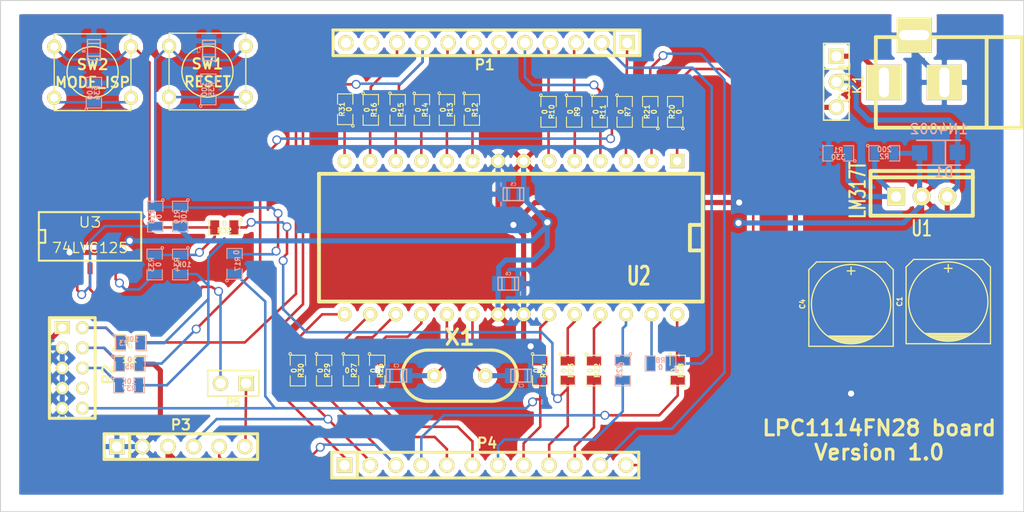
<source format=kicad_pcb>
(kicad_pcb (version 3) (host pcbnew "(2013-07-07 BZR 4022)-stable")
  (layers (15 F.Cu signal) (0 B.Cu signal hide) (18 B.Paste user) (19 F.Paste user) (20 B.SilkS user) (21 F.SilkS user) (22 B.Mask user) (23 F.Mask user) (28 Edge.Cuts user))
  (net 0 "")
  (net 1 +3.3V)
  (net 2 GND)
  (net 3 N-000001)
  (net 4 N-0000010)
  (net 5 N-0000011)
  (net 6 N-0000012)
  (net 7 N-0000013)
  (net 8 N-0000014)
  (net 9 N-0000015)
  (net 10 N-0000016)
  (net 11 N-0000017)
  (net 12 N-0000019)
  (net 13 N-000002)
  (net 14 N-0000020)
  (net 15 N-0000021)
  (net 16 N-0000022)
  (net 17 N-0000023)
  (net 18 N-0000024)
  (net 19 N-0000025)
  (net 20 N-0000026)
  (net 21 N-0000027)
  (net 22 N-0000028)
  (net 23 N-0000029)
  (net 24 N-000003)
  (net 25 N-0000030)
  (net 26 N-0000031)
  (net 27 N-0000032)
  (net 28 N-0000033)
  (net 29 N-0000034)
  (net 30 N-0000035)
  (net 31 N-0000036)
  (net 32 N-0000037)
  (net 33 N-0000038)
  (net 34 N-000004)
  (net 35 N-0000045)
  (net 36 N-0000046)
  (net 37 N-0000047)
  (net 38 N-0000048)
  (net 39 N-0000049)
  (net 40 N-000005)
  (net 41 N-0000053)
  (net 42 N-0000054)
  (net 43 N-0000055)
  (net 44 N-0000056)
  (net 45 N-0000057)
  (net 46 N-0000059)
  (net 47 N-000006)
  (net 48 N-0000060)
  (net 49 N-0000061)
  (net 50 N-0000062)
  (net 51 N-0000063)
  (net 52 N-0000065)
  (net 53 N-0000066)
  (net 54 N-000007)
  (net 55 N-000008)
  (net 56 N-000009)
  (net 57 PROG_VCC)
  (net 58 RTS)
  (net 59 Vin)
  (net 60 XTALIN)
  (net 61 XTALOUT)
  (net 62 ~MODE_ISP)
  (net 63 ~RESET)
  (module SW_PUSH_SMALL (layer F.Cu) (at 152.781 128.0795)
    (fp_text reference SW2 (at 0 -0.762) (layer F.SilkS) (effects (font (size 1.016 1.016) (thickness 0.2032))))
    (fp_text value MODE_ISP (at 0 1.016) (layer F.SilkS) (effects (font (size 1.016 1.016) (thickness 0.2032))))
    (pad 1 thru_hole circle (at 3.81 -2.54) (size 1.397 1.397) (drill 0.8128) (layers *.Cu *.Mask F.SilkS) (net 41 N-0000053))
    (pad 2 thru_hole circle (at 3.81 2.54) (size 1.397 1.397) (drill 0.8128) (layers *.Cu *.Mask F.SilkS) (net 52 N-0000065))
    (pad 1 thru_hole circle (at -3.81 -2.54) (size 1.397 1.397) (drill 0.8128) (layers *.Cu *.Mask F.SilkS) (net 41 N-0000053))
    (pad 2 thru_hole circle (at -3.81 2.54) (size 1.397 1.397) (drill 0.8128) (layers *.Cu *.Mask F.SilkS) (net 52 N-0000065))
  )
  (module SW_PUSH_SMALL (layer F.Cu) (at 164.1856 128.016)
    (fp_text reference SW1 (at 0 -0.762) (layer F.SilkS) (effects (font (size 1.016 1.016) (thickness 0.2032))))
    (fp_text value RESET (at 0 1.016) (layer F.SilkS) (effects (font (size 1.016 1.016) (thickness 0.2032))))
    (pad 1 thru_hole circle (at 3.81 -2.54) (size 1.397 1.397) (drill 0.8128) (layers *.Cu *.Mask F.SilkS) (net 45 N-0000057))
    (pad 2 thru_hole circle (at 3.81 2.54) (size 1.397 1.397) (drill 0.8128) (layers *.Cu *.Mask F.SilkS) (net 42 N-0000054))
    (pad 1 thru_hole circle (at -3.81 -2.54) (size 1.397 1.397) (drill 0.8128) (layers *.Cu *.Mask F.SilkS) (net 45 N-0000057))
    (pad 2 thru_hole circle (at -3.81 2.54) (size 1.397 1.397) (drill 0.8128) (layers *.Cu *.Mask F.SilkS) (net 42 N-0000054))
  )
  (module SO14N (layer F.Cu) (at 152.527 144.272)
    (fp_text reference U3 (at 0 -1.27) (layer F.SilkS) (effects (font (size 1.016 1.143) (thickness 0.127))))
    (fp_text value 74LVC125 (at 0 1.27) (layer F.SilkS) (effects (font (size 1.016 1.016) (thickness 0.127))))
    (pad 1 smd rect (at -3.81 3.302) (size 0.508 1.143) (layers F.Cu F.Paste F.Mask) (net 58 RTS))
    (pad 2 smd rect (at -2.54 3.302) (size 0.508 1.143) (layers F.Cu F.Paste F.Mask) (net 2 GND))
    (pad 3 smd rect (at -1.27 3.302) (size 0.508 1.143) (layers F.Cu F.Paste F.Mask) (net 39 N-0000049))
    (pad 4 smd rect (at 0 3.302) (size 0.508 1.143) (layers F.Cu F.Paste F.Mask) (net 58 RTS))
    (pad 5 smd rect (at 1.27 3.302) (size 0.508 1.143) (layers F.Cu F.Paste F.Mask) (net 2 GND))
    (pad 6 smd rect (at 2.54 3.302) (size 0.508 1.143) (layers F.Cu F.Paste F.Mask) (net 38 N-0000048))
    (pad 7 smd rect (at 3.81 3.302) (size 0.508 1.143) (layers F.Cu F.Paste F.Mask) (net 2 GND))
    (pad 8 smd rect (at 3.81 -3.048) (size 0.508 1.143) (layers F.Cu F.Paste F.Mask))
    (pad 9 smd rect (at 2.54 -3.048) (size 0.508 1.143) (layers F.Cu F.Paste F.Mask))
    (pad 11 smd rect (at 0 -3.048) (size 0.508 1.143) (layers F.Cu F.Paste F.Mask))
    (pad 12 smd rect (at -1.27 -3.048) (size 0.508 1.143) (layers F.Cu F.Paste F.Mask))
    (pad 13 smd rect (at -2.54 -3.048) (size 0.508 1.143) (layers F.Cu F.Paste F.Mask))
    (pad 14 smd rect (at -3.81 -3.048) (size 0.508 1.143) (layers F.Cu F.Paste F.Mask) (net 1 +3.3V))
    (pad 10 smd rect (at 1.27 -3.048) (size 0.508 1.143) (layers F.Cu F.Paste F.Mask))
  )
  (module SMX-DIODE (layer B.Cu) (at 234.8992 136.0932)
    (fp_text reference D1 (at 2.413 1.9304) (layer B.SilkS) (effects (justify mirror)))
    (fp_text value 1N4002 (at 1.905 -2.3622) (layer B.SilkS) (effects (justify mirror)))
    (pad 1 smd rect (at 0 0) (size 1.524 1.524) (layers B.Cu B.Paste B.Mask) (net 1 +3.3V))
    (pad 2 smd rect (at 3.7592 -0.0508) (size 1.524 1.524) (layers B.Cu B.Paste B.Mask) (net 59 Vin))
  )
  (module SM0805 (layer F.Cu) (at 197.231 157.734 270)
    (fp_text reference R24 (at 0 -0.3175 270) (layer F.SilkS) (effects (font (size 0.50038 0.50038) (thickness 0.10922))))
    (fp_text value 0 (at 0 0.381 270) (layer F.SilkS) (effects (font (size 0.50038 0.50038) (thickness 0.10922))))
    (pad 1 smd rect (at -0.9525 0 270) (size 0.889 1.397) (layers F.Cu F.Paste F.Mask) (net 46 N-0000059))
    (pad 2 smd rect (at 0.9525 0 270) (size 0.889 1.397) (layers F.Cu F.Paste F.Mask) (net 63 ~RESET))
  )
  (module SM0805 (layer B.Cu) (at 209.169 157.0355 180)
    (fp_text reference R8 (at 0 0.3175 180) (layer B.SilkS) (effects (font (size 0.50038 0.50038) (thickness 0.10922)) (justify mirror)))
    (fp_text value 0 (at 0 -0.381 180) (layer B.SilkS) (effects (font (size 0.50038 0.50038) (thickness 0.10922)) (justify mirror)))
    (pad 1 smd rect (at -0.9525 0 180) (size 0.889 1.397) (layers B.Cu B.Paste B.Mask) (net 32 N-0000037))
    (pad 2 smd rect (at 0.9525 0 180) (size 0.889 1.397) (layers B.Cu B.Paste B.Mask) (net 56 N-000009))
  )
  (module SM0805 (layer F.Cu) (at 200.5965 132.0165 270)
    (fp_text reference R9 (at 0 -0.3175 270) (layer F.SilkS) (effects (font (size 0.50038 0.50038) (thickness 0.10922))))
    (fp_text value 0 (at 0 0.381 270) (layer F.SilkS) (effects (font (size 0.50038 0.50038) (thickness 0.10922))))
    (pad 1 smd rect (at -0.9525 0 270) (size 0.889 1.397) (layers F.Cu F.Paste F.Mask) (net 31 N-0000036))
    (pad 2 smd rect (at 0.9525 0 270) (size 0.889 1.397) (layers F.Cu F.Paste F.Mask) (net 55 N-000008))
  )
  (module SM0805 (layer F.Cu) (at 198.0565 132.0165 270)
    (fp_text reference R10 (at 0 -0.3175 270) (layer F.SilkS) (effects (font (size 0.50038 0.50038) (thickness 0.10922))))
    (fp_text value 0 (at 0 0.381 270) (layer F.SilkS) (effects (font (size 0.50038 0.50038) (thickness 0.10922))))
    (pad 1 smd rect (at -0.9525 0 270) (size 0.889 1.397) (layers F.Cu F.Paste F.Mask) (net 30 N-0000035))
    (pad 2 smd rect (at 0.9525 0 270) (size 0.889 1.397) (layers F.Cu F.Paste F.Mask) (net 54 N-000007))
  )
  (module SM0805 (layer F.Cu) (at 203.1365 132.0165 270)
    (fp_text reference R11 (at 0 -0.3175 270) (layer F.SilkS) (effects (font (size 0.50038 0.50038) (thickness 0.10922))))
    (fp_text value 0 (at 0 0.381 270) (layer F.SilkS) (effects (font (size 0.50038 0.50038) (thickness 0.10922))))
    (pad 1 smd rect (at -0.9525 0 270) (size 0.889 1.397) (layers F.Cu F.Paste F.Mask) (net 29 N-0000034))
    (pad 2 smd rect (at 0.9525 0 270) (size 0.889 1.397) (layers F.Cu F.Paste F.Mask) (net 47 N-000006))
  )
  (module SM0805 (layer F.Cu) (at 190.4365 131.826 270)
    (fp_text reference R12 (at 0 -0.3175 270) (layer F.SilkS) (effects (font (size 0.50038 0.50038) (thickness 0.10922))))
    (fp_text value 0 (at 0 0.381 270) (layer F.SilkS) (effects (font (size 0.50038 0.50038) (thickness 0.10922))))
    (pad 1 smd rect (at -0.9525 0 270) (size 0.889 1.397) (layers F.Cu F.Paste F.Mask) (net 28 N-0000033))
    (pad 2 smd rect (at 0.9525 0 270) (size 0.889 1.397) (layers F.Cu F.Paste F.Mask) (net 40 N-000005))
  )
  (module SM0805 (layer F.Cu) (at 187.96 131.826 270)
    (fp_text reference R13 (at 0 -0.3175 270) (layer F.SilkS) (effects (font (size 0.50038 0.50038) (thickness 0.10922))))
    (fp_text value 0 (at 0 0.381 270) (layer F.SilkS) (effects (font (size 0.50038 0.50038) (thickness 0.10922))))
    (pad 1 smd rect (at -0.9525 0 270) (size 0.889 1.397) (layers F.Cu F.Paste F.Mask) (net 19 N-0000025))
    (pad 2 smd rect (at 0.9525 0 270) (size 0.889 1.397) (layers F.Cu F.Paste F.Mask) (net 34 N-000004))
  )
  (module SM0805 (layer F.Cu) (at 185.4835 131.826 270)
    (fp_text reference R14 (at 0 -0.3175 270) (layer F.SilkS) (effects (font (size 0.50038 0.50038) (thickness 0.10922))))
    (fp_text value 0 (at 0 0.381 270) (layer F.SilkS) (effects (font (size 0.50038 0.50038) (thickness 0.10922))))
    (pad 1 smd rect (at -0.9525 0 270) (size 0.889 1.397) (layers F.Cu F.Paste F.Mask) (net 26 N-0000031))
    (pad 2 smd rect (at 0.9525 0 270) (size 0.889 1.397) (layers F.Cu F.Paste F.Mask) (net 24 N-000003))
  )
  (module SM0805 (layer F.Cu) (at 183.0705 131.826 270)
    (fp_text reference R15 (at 0 -0.3175 270) (layer F.SilkS) (effects (font (size 0.50038 0.50038) (thickness 0.10922))))
    (fp_text value 0 (at 0 0.381 270) (layer F.SilkS) (effects (font (size 0.50038 0.50038) (thickness 0.10922))))
    (pad 1 smd rect (at -0.9525 0 270) (size 0.889 1.397) (layers F.Cu F.Paste F.Mask) (net 53 N-0000066))
    (pad 2 smd rect (at 0.9525 0 270) (size 0.889 1.397) (layers F.Cu F.Paste F.Mask) (net 13 N-000002))
  )
  (module SM0805 (layer F.Cu) (at 180.4035 131.826 270)
    (fp_text reference R16 (at 0 -0.3175 270) (layer F.SilkS) (effects (font (size 0.50038 0.50038) (thickness 0.10922))))
    (fp_text value 0 (at 0 0.381 270) (layer F.SilkS) (effects (font (size 0.50038 0.50038) (thickness 0.10922))))
    (pad 1 smd rect (at -0.9525 0 270) (size 0.889 1.397) (layers F.Cu F.Paste F.Mask) (net 25 N-0000030))
    (pad 2 smd rect (at 0.9525 0 270) (size 0.889 1.397) (layers F.Cu F.Paste F.Mask) (net 11 N-0000017))
  )
  (module SM0805 (layer B.Cu) (at 158.9405 147.193 270)
    (fp_text reference R33 (at 0 0.3175 270) (layer B.SilkS) (effects (font (size 0.50038 0.50038) (thickness 0.10922)) (justify mirror)))
    (fp_text value 0 (at 0 -0.381 270) (layer B.SilkS) (effects (font (size 0.50038 0.50038) (thickness 0.10922)) (justify mirror)))
    (pad 1 smd rect (at -0.9525 0 270) (size 0.889 1.397) (layers B.Cu B.Paste B.Mask) (net 41 N-0000053))
    (pad 2 smd rect (at 0.9525 0 270) (size 0.889 1.397) (layers B.Cu B.Paste B.Mask) (net 38 N-0000048))
  )
  (module SM0805 (layer B.Cu) (at 161.4805 147.193 270)
    (fp_text reference R34 (at 0 0.3175 270) (layer B.SilkS) (effects (font (size 0.50038 0.50038) (thickness 0.10922)) (justify mirror)))
    (fp_text value 10K (at 0 -0.381 540) (layer B.SilkS) (effects (font (size 0.50038 0.50038) (thickness 0.10922)) (justify mirror)))
    (pad 1 smd rect (at -0.9525 0 270) (size 0.889 1.397) (layers B.Cu B.Paste B.Mask) (net 41 N-0000053))
    (pad 2 smd rect (at 0.9525 0 270) (size 0.889 1.397) (layers B.Cu B.Paste B.Mask) (net 1 +3.3V))
  )
  (module SM0805 (layer F.Cu) (at 199.9615 157.734 270)
    (fp_text reference R23 (at 0 -0.3175 270) (layer F.SilkS) (effects (font (size 0.50038 0.50038) (thickness 0.10922))))
    (fp_text value 0 (at 0 0.381 270) (layer F.SilkS) (effects (font (size 0.50038 0.50038) (thickness 0.10922))))
    (pad 1 smd rect (at -0.9525 0 270) (size 0.889 1.397) (layers F.Cu F.Paste F.Mask) (net 8 N-0000014))
    (pad 2 smd rect (at 0.9525 0 270) (size 0.889 1.397) (layers F.Cu F.Paste F.Mask) (net 62 ~MODE_ISP))
  )
  (module SM0805 (layer B.Cu) (at 166.878 147.1295 90)
    (fp_text reference R17 (at 0 0.3175 90) (layer B.SilkS) (effects (font (size 0.50038 0.50038) (thickness 0.10922)) (justify mirror)))
    (fp_text value 0 (at 1.143 0.1905 90) (layer B.SilkS) (effects (font (size 0.50038 0.50038) (thickness 0.10922)) (justify mirror)))
    (pad 1 smd rect (at -0.9525 0 90) (size 0.889 1.397) (layers B.Cu B.Paste B.Mask) (net 63 ~RESET))
    (pad 2 smd rect (at 0.9525 0 90) (size 0.889 1.397) (layers B.Cu B.Paste B.Mask) (net 45 N-0000057))
  )
  (module SM0805 (layer B.Cu) (at 161.4805 142.4305 270)
    (fp_text reference R19 (at 0 0.3175 270) (layer B.SilkS) (effects (font (size 0.50038 0.50038) (thickness 0.10922)) (justify mirror)))
    (fp_text value 10K (at 0 -0.381 270) (layer B.SilkS) (effects (font (size 0.50038 0.50038) (thickness 0.10922)) (justify mirror)))
    (pad 1 smd rect (at -0.9525 0 270) (size 0.889 1.397) (layers B.Cu B.Paste B.Mask) (net 45 N-0000057))
    (pad 2 smd rect (at 0.9525 0 270) (size 0.889 1.397) (layers B.Cu B.Paste B.Mask) (net 1 +3.3V))
  )
  (module SM0805 (layer B.Cu) (at 159.004 142.4305 270)
    (fp_text reference R18 (at 0 0.3175 270) (layer B.SilkS) (effects (font (size 0.50038 0.50038) (thickness 0.10922)) (justify mirror)))
    (fp_text value 0 (at 0 -0.381 270) (layer B.SilkS) (effects (font (size 0.50038 0.50038) (thickness 0.10922)) (justify mirror)))
    (pad 1 smd rect (at -0.9525 0 270) (size 0.889 1.397) (layers B.Cu B.Paste B.Mask) (net 45 N-0000057))
    (pad 2 smd rect (at 0.9525 0 270) (size 0.889 1.397) (layers B.Cu B.Paste B.Mask) (net 39 N-0000049))
  )
  (module SM0805 (layer B.Cu) (at 156.464 157.0355)
    (fp_text reference R5 (at 0 0.3175) (layer B.SilkS) (effects (font (size 0.50038 0.50038) (thickness 0.10922)) (justify mirror)))
    (fp_text value 0 (at 0 -0.381) (layer B.SilkS) (effects (font (size 0.50038 0.50038) (thickness 0.10922)) (justify mirror)))
    (pad 1 smd rect (at -0.9525 0) (size 0.889 1.397) (layers B.Cu B.Paste B.Mask) (net 44 N-0000056))
    (pad 2 smd rect (at 0.9525 0) (size 0.889 1.397) (layers B.Cu B.Paste B.Mask) (net 43 N-0000055))
  )
  (module SM0805 (layer F.Cu) (at 156.5275 154.94)
    (fp_text reference R4 (at 0 -0.3175) (layer F.SilkS) (effects (font (size 0.50038 0.50038) (thickness 0.10922))))
    (fp_text value 0 (at 0 0.381) (layer F.SilkS) (effects (font (size 0.50038 0.50038) (thickness 0.10922))))
    (pad 1 smd rect (at -0.9525 0) (size 0.889 1.397) (layers F.Cu F.Paste F.Mask) (net 51 N-0000063))
    (pad 2 smd rect (at 0.9525 0) (size 0.889 1.397) (layers F.Cu F.Paste F.Mask) (net 53 N-0000066))
  )
  (module SM0805 (layer F.Cu) (at 165.862 143.51 180)
    (fp_text reference R32 (at 0 -0.3175 180) (layer F.SilkS) (effects (font (size 0.50038 0.50038) (thickness 0.10922))))
    (fp_text value 0 (at 0 0.381 180) (layer F.SilkS) (effects (font (size 0.50038 0.50038) (thickness 0.10922))))
    (pad 1 smd rect (at -0.9525 0 180) (size 0.889 1.397) (layers F.Cu F.Paste F.Mask) (net 62 ~MODE_ISP))
    (pad 2 smd rect (at 0.9525 0 180) (size 0.889 1.397) (layers F.Cu F.Paste F.Mask) (net 41 N-0000053))
  )
  (module SM0805 (layer F.Cu) (at 175.768 157.734 270)
    (fp_text reference R29 (at 0 -0.3175 270) (layer F.SilkS) (effects (font (size 0.50038 0.50038) (thickness 0.10922))))
    (fp_text value 0 (at 0 0.381 270) (layer F.SilkS) (effects (font (size 0.50038 0.50038) (thickness 0.10922))))
    (pad 1 smd rect (at -0.9525 0 270) (size 0.889 1.397) (layers F.Cu F.Paste F.Mask) (net 16 N-0000022))
    (pad 2 smd rect (at 0.9525 0 270) (size 0.889 1.397) (layers F.Cu F.Paste F.Mask) (net 27 N-0000032))
  )
  (module SM0805 (layer B.Cu) (at 226.822 136.144 180)
    (fp_text reference R1 (at 0 0.3175 180) (layer B.SilkS) (effects (font (size 0.50038 0.50038) (thickness 0.10922)) (justify mirror)))
    (fp_text value 330 (at 0 -0.381 180) (layer B.SilkS) (effects (font (size 0.50038 0.50038) (thickness 0.10922)) (justify mirror)))
    (pad 1 smd rect (at -0.9525 0 180) (size 0.889 1.397) (layers B.Cu B.Paste B.Mask) (net 33 N-0000038))
    (pad 2 smd rect (at 0.9525 0 180) (size 0.889 1.397) (layers B.Cu B.Paste B.Mask) (net 2 GND))
  )
  (module SM0805 (layer B.Cu) (at 156.4005 159.1945)
    (fp_text reference R37 (at 0 0.3175) (layer B.SilkS) (effects (font (size 0.50038 0.50038) (thickness 0.10922)) (justify mirror)))
    (fp_text value 10K (at 0 -0.381) (layer B.SilkS) (effects (font (size 0.50038 0.50038) (thickness 0.10922)) (justify mirror)))
    (pad 1 smd rect (at -0.9525 0) (size 0.889 1.397) (layers B.Cu B.Paste B.Mask) (net 36 N-0000046))
    (pad 2 smd rect (at 0.9525 0) (size 0.889 1.397) (layers B.Cu B.Paste B.Mask) (net 1 +3.3V))
  )
  (module SM0805 (layer B.Cu) (at 231.394 136.144)
    (fp_text reference R2 (at 0 0.3175) (layer B.SilkS) (effects (font (size 0.50038 0.50038) (thickness 0.10922)) (justify mirror)))
    (fp_text value 200 (at 0 -0.381) (layer B.SilkS) (effects (font (size 0.50038 0.50038) (thickness 0.10922)) (justify mirror)))
    (pad 1 smd rect (at -0.9525 0) (size 0.889 1.397) (layers B.Cu B.Paste B.Mask) (net 33 N-0000038))
    (pad 2 smd rect (at 0.9525 0) (size 0.889 1.397) (layers B.Cu B.Paste B.Mask) (net 1 +3.3V))
  )
  (module SM0805 (layer B.Cu) (at 164.2745 129.794 90)
    (fp_text reference R35 (at 0 0.3175 90) (layer B.SilkS) (effects (font (size 0.50038 0.50038) (thickness 0.10922)) (justify mirror)))
    (fp_text value 100 (at 0 -0.381 90) (layer B.SilkS) (effects (font (size 0.50038 0.50038) (thickness 0.10922)) (justify mirror)))
    (pad 1 smd rect (at -0.9525 0 90) (size 0.889 1.397) (layers B.Cu B.Paste B.Mask) (net 42 N-0000054))
    (pad 2 smd rect (at 0.9525 0 90) (size 0.889 1.397) (layers B.Cu B.Paste B.Mask) (net 2 GND))
  )
  (module SM0805 (layer B.Cu) (at 152.908 130.1115 90)
    (fp_text reference R36 (at 0 0.3175 90) (layer B.SilkS) (effects (font (size 0.50038 0.50038) (thickness 0.10922)) (justify mirror)))
    (fp_text value 100 (at 0 -0.381 90) (layer B.SilkS) (effects (font (size 0.50038 0.50038) (thickness 0.10922)) (justify mirror)))
    (pad 1 smd rect (at -0.9525 0 90) (size 0.889 1.397) (layers B.Cu B.Paste B.Mask) (net 52 N-0000065))
    (pad 2 smd rect (at 0.9525 0 90) (size 0.889 1.397) (layers B.Cu B.Paste B.Mask) (net 2 GND))
  )
  (module SM0805 (layer F.Cu) (at 156.464 157.099 180)
    (fp_text reference R6 (at 0 -0.3175 180) (layer F.SilkS) (effects (font (size 0.50038 0.50038) (thickness 0.10922))))
    (fp_text value 10K (at 0 0.381 180) (layer F.SilkS) (effects (font (size 0.50038 0.50038) (thickness 0.10922))))
    (pad 1 smd rect (at -0.9525 0 180) (size 0.889 1.397) (layers F.Cu F.Paste F.Mask) (net 2 GND))
    (pad 2 smd rect (at 0.9525 0 180) (size 0.889 1.397) (layers F.Cu F.Paste F.Mask) (net 44 N-0000056))
  )
  (module SM0805 (layer B.Cu) (at 156.591 155.0035)
    (fp_text reference R3 (at -0.6985 0) (layer B.SilkS) (effects (font (size 0.50038 0.50038) (thickness 0.10922)) (justify mirror)))
    (fp_text value 10K (at 0.0635 -0.381) (layer B.SilkS) (effects (font (size 0.50038 0.50038) (thickness 0.10922)) (justify mirror)))
    (pad 1 smd rect (at -0.9525 0) (size 0.889 1.397) (layers B.Cu B.Paste B.Mask) (net 51 N-0000063))
    (pad 2 smd rect (at 0.9525 0) (size 0.889 1.397) (layers B.Cu B.Paste B.Mask) (net 1 +3.3V))
  )
  (module SM0805 (layer F.Cu) (at 177.8635 131.7625 90)
    (fp_text reference R31 (at 0 -0.3175 90) (layer F.SilkS) (effects (font (size 0.50038 0.50038) (thickness 0.10922))))
    (fp_text value 0 (at 0 0.381 90) (layer F.SilkS) (effects (font (size 0.50038 0.50038) (thickness 0.10922))))
    (pad 1 smd rect (at -0.9525 0 90) (size 0.889 1.397) (layers F.Cu F.Paste F.Mask) (net 14 N-0000020))
    (pad 2 smd rect (at 0.9525 0 90) (size 0.889 1.397) (layers F.Cu F.Paste F.Mask) (net 20 N-0000026))
  )
  (module SM0805 (layer F.Cu) (at 173.1645 157.734 270)
    (fp_text reference R30 (at 0 -0.3175 270) (layer F.SilkS) (effects (font (size 0.50038 0.50038) (thickness 0.10922))))
    (fp_text value 0 (at 0 0.381 270) (layer F.SilkS) (effects (font (size 0.50038 0.50038) (thickness 0.10922))))
    (pad 1 smd rect (at -0.9525 0 270) (size 0.889 1.397) (layers F.Cu F.Paste F.Mask) (net 15 N-0000021))
    (pad 2 smd rect (at 0.9525 0 270) (size 0.889 1.397) (layers F.Cu F.Paste F.Mask) (net 37 N-0000047))
  )
  (module SM0805 (layer F.Cu) (at 205.613 132.0165 270)
    (fp_text reference R7 (at 0 -0.3175 270) (layer F.SilkS) (effects (font (size 0.50038 0.50038) (thickness 0.10922))))
    (fp_text value 0 (at 0 0.381 270) (layer F.SilkS) (effects (font (size 0.50038 0.50038) (thickness 0.10922))))
    (pad 1 smd rect (at -0.9525 0 270) (size 0.889 1.397) (layers F.Cu F.Paste F.Mask) (net 43 N-0000055))
    (pad 2 smd rect (at 0.9525 0 270) (size 0.889 1.397) (layers F.Cu F.Paste F.Mask) (net 4 N-0000010))
  )
  (module SM0805 (layer F.Cu) (at 210.8835 157.734 270)
    (fp_text reference R28 (at 0 -0.3175 270) (layer F.SilkS) (effects (font (size 0.50038 0.50038) (thickness 0.10922))))
    (fp_text value 0 (at 0 0.381 270) (layer F.SilkS) (effects (font (size 0.50038 0.50038) (thickness 0.10922))))
    (pad 1 smd rect (at -0.9525 0 270) (size 0.889 1.397) (layers F.Cu F.Paste F.Mask) (net 18 N-0000024))
    (pad 2 smd rect (at 0.9525 0 270) (size 0.889 1.397) (layers F.Cu F.Paste F.Mask) (net 17 N-0000023))
  )
  (module SM0805 (layer F.Cu) (at 178.435 157.734 270)
    (fp_text reference R27 (at 0 -0.3175 270) (layer F.SilkS) (effects (font (size 0.50038 0.50038) (thickness 0.10922))))
    (fp_text value 0 (at 0 0.381 360) (layer F.SilkS) (effects (font (size 0.50038 0.50038) (thickness 0.10922))))
    (pad 1 smd rect (at -0.9525 0 270) (size 0.889 1.397) (layers F.Cu F.Paste F.Mask) (net 5 N-0000011))
    (pad 2 smd rect (at 0.9525 0 270) (size 0.889 1.397) (layers F.Cu F.Paste F.Mask) (net 50 N-0000062))
  )
  (module SM0805 (layer F.Cu) (at 181.0385 157.734 270)
    (fp_text reference R26 (at 0 -0.3175 270) (layer F.SilkS) (effects (font (size 0.50038 0.50038) (thickness 0.10922))))
    (fp_text value 0 (at 0 0.381 270) (layer F.SilkS) (effects (font (size 0.50038 0.50038) (thickness 0.10922))))
    (pad 1 smd rect (at -0.9525 0 270) (size 0.889 1.397) (layers F.Cu F.Paste F.Mask) (net 6 N-0000012))
    (pad 2 smd rect (at 0.9525 0 270) (size 0.889 1.397) (layers F.Cu F.Paste F.Mask) (net 49 N-0000061))
  )
  (module SM0805 (layer B.Cu) (at 205.4225 157.734 270)
    (fp_text reference R25 (at 0 0.3175 270) (layer B.SilkS) (effects (font (size 0.50038 0.50038) (thickness 0.10922)) (justify mirror)))
    (fp_text value 0 (at -0.635 0.127 270) (layer B.SilkS) (effects (font (size 0.50038 0.50038) (thickness 0.10922)) (justify mirror)))
    (pad 1 smd rect (at -0.9525 0 270) (size 0.889 1.397) (layers B.Cu B.Paste B.Mask) (net 7 N-0000013))
    (pad 2 smd rect (at 0.9525 0 270) (size 0.889 1.397) (layers B.Cu B.Paste B.Mask) (net 48 N-0000060))
  )
  (module SM0805 (layer F.Cu) (at 210.6295 132.0165 90)
    (fp_text reference R20 (at 0 -0.3175 90) (layer F.SilkS) (effects (font (size 0.50038 0.50038) (thickness 0.10922))))
    (fp_text value 0 (at 0 0.381 90) (layer F.SilkS) (effects (font (size 0.50038 0.50038) (thickness 0.10922))))
    (pad 1 smd rect (at -0.9525 0 90) (size 0.889 1.397) (layers F.Cu F.Paste F.Mask) (net 3 N-000001))
    (pad 2 smd rect (at 0.9525 0 90) (size 0.889 1.397) (layers F.Cu F.Paste F.Mask) (net 23 N-0000029))
  )
  (module SM0805 (layer F.Cu) (at 208.153 132.0165 90)
    (fp_text reference R21 (at 0 -0.3175 90) (layer F.SilkS) (effects (font (size 0.50038 0.50038) (thickness 0.10922))))
    (fp_text value 0 (at 0 0.381 90) (layer F.SilkS) (effects (font (size 0.50038 0.50038) (thickness 0.10922))))
    (pad 1 smd rect (at -0.9525 0 90) (size 0.889 1.397) (layers F.Cu F.Paste F.Mask) (net 10 N-0000016))
    (pad 2 smd rect (at 0.9525 0 90) (size 0.889 1.397) (layers F.Cu F.Paste F.Mask) (net 22 N-0000028))
  )
  (module SM0805 (layer F.Cu) (at 202.565 157.734 270)
    (fp_text reference R22 (at 0 -0.3175 270) (layer F.SilkS) (effects (font (size 0.50038 0.50038) (thickness 0.10922))))
    (fp_text value 0 (at 0 0.381 270) (layer F.SilkS) (effects (font (size 0.50038 0.50038) (thickness 0.10922))))
    (pad 1 smd rect (at -0.9525 0 270) (size 0.889 1.397) (layers F.Cu F.Paste F.Mask) (net 9 N-0000015))
    (pad 2 smd rect (at 0.9525 0 270) (size 0.889 1.397) (layers F.Cu F.Paste F.Mask) (net 21 N-0000027))
  )
  (module PIN_ARRAY_3X1 (layer F.Cu) (at 226.6315 129.032 270)
    (fp_text reference K1 (at 0.254 -2.159 270) (layer F.SilkS) (effects (font (size 1.016 1.016) (thickness 0.1524))))
    (fp_text value PWR_SEL hide)
    (pad 1 thru_hole rect (at -2.54 0 270) (size 1.524 1.524) (drill 1.016) (layers *.Cu *.Mask F.SilkS) (net 12 N-0000019))
    (pad 2 thru_hole circle (at 0 0 270) (size 1.524 1.524) (drill 1.016) (layers *.Cu *.Mask F.SilkS) (net 59 Vin))
    (pad 3 thru_hole circle (at 2.54 0 270) (size 1.524 1.524) (drill 1.016) (layers *.Cu *.Mask F.SilkS) (net 57 PROG_VCC))
  )
  (module PIN_ARRAY_2X1 (layer F.Cu) (at 166.751 159.004 180)
    (fp_text reference P5 (at 0 -1.905 180) (layer F.SilkS) (effects (font (size 0.762 0.762) (thickness 0.1524))))
    (fp_text value PROG_RESET hide)
    (pad 1 thru_hole rect (at -1.27 0 180) (size 1.524 1.524) (drill 1.016) (layers *.Cu *.Mask F.SilkS) (net 35 N-0000045))
    (pad 2 thru_hole circle (at 1.27 0 180) (size 1.524 1.524) (drill 1.016) (layers *.Cu *.Mask F.SilkS) (net 58 RTS))
  )
  (module PIN_ARRAY-6X1 (layer F.Cu) (at 161.544 165.2905)
    (fp_text reference P3 (at 0 -2.159) (layer F.SilkS) (effects (font (size 1.016 1.016) (thickness 0.2032))))
    (fp_text value ISP/SERIAL hide)
    (pad 1 thru_hole rect (at -6.35 0) (size 1.524 1.524) (drill 1.016) (layers *.Cu *.Mask F.SilkS) (net 2 GND))
    (pad 2 thru_hole circle (at -3.81 0) (size 1.524 1.524) (drill 1.016) (layers *.Cu *.Mask F.SilkS) (net 2 GND))
    (pad 3 thru_hole circle (at -1.27 0) (size 1.524 1.524) (drill 1.016) (layers *.Cu *.Mask F.SilkS) (net 57 PROG_VCC))
    (pad 4 thru_hole circle (at 1.27 0) (size 1.524 1.524) (drill 1.016) (layers *.Cu *.Mask F.SilkS) (net 37 N-0000047))
    (pad 5 thru_hole circle (at 3.81 0) (size 1.524 1.524) (drill 1.016) (layers *.Cu *.Mask F.SilkS) (net 27 N-0000032))
    (pad 6 thru_hole circle (at 6.35 0) (size 1.524 1.524) (drill 1.016) (layers *.Cu *.Mask F.SilkS) (net 35 N-0000045))
  )
  (module PIN_ARRAY-12X1 (layer F.Cu) (at 184.15 167.132)
    (fp_text reference P4 (at 7.7978 -2.1844) (layer F.SilkS) (effects (font (size 1.016 1.016) (thickness 0.2032))))
    (fp_text value CONN_12 hide)
    (pad 6 thru_hole circle (at 6.35 0) (size 1.524 1.524) (drill 1.016) (layers *.Cu *.Mask F.SilkS) (net 49 N-0000061))
    (pad 1 thru_hole rect (at -6.35 0) (size 1.524 1.524) (drill 1.016) (layers *.Cu *.Mask F.SilkS) (net 20 N-0000026))
    (pad 2 thru_hole circle (at -3.81 0) (size 1.524 1.524) (drill 1.016) (layers *.Cu *.Mask F.SilkS) (net 37 N-0000047))
    (pad 3 thru_hole circle (at -1.27 0) (size 1.524 1.524) (drill 1.016) (layers *.Cu *.Mask F.SilkS) (net 27 N-0000032))
    (pad 4 thru_hole circle (at 1.27 0) (size 1.524 1.524) (drill 1.016) (layers *.Cu *.Mask F.SilkS) (net 17 N-0000023))
    (pad 5 thru_hole circle (at 3.81 0) (size 1.524 1.524) (drill 1.016) (layers *.Cu *.Mask F.SilkS) (net 50 N-0000062))
    (pad 6 thru_hole circle (at 6.35 0) (size 1.524 1.524) (drill 1.016) (layers *.Cu *.Mask F.SilkS) (net 49 N-0000061))
    (pad 7 thru_hole circle (at 8.89 0) (size 1.524 1.524) (drill 1.016) (layers *.Cu *.Mask F.SilkS) (net 48 N-0000060))
    (pad 8 thru_hole circle (at 11.43 0) (size 1.524 1.524) (drill 1.016) (layers *.Cu *.Mask F.SilkS) (net 63 ~RESET))
    (pad 9 thru_hole circle (at 13.97 0) (size 1.524 1.524) (drill 1.016) (layers *.Cu *.Mask F.SilkS) (net 62 ~MODE_ISP))
    (pad 10 thru_hole circle (at 16.51 0) (size 1.524 1.524) (drill 1.016) (layers *.Cu *.Mask F.SilkS) (net 21 N-0000027))
    (pad 11 thru_hole circle (at 19.05 0) (size 1.524 1.524) (drill 1.016) (layers *.Cu *.Mask F.SilkS) (net 22 N-0000028))
    (pad 12 thru_hole circle (at 21.59 0) (size 1.524 1.524) (drill 1.016) (layers *.Cu *.Mask F.SilkS) (net 23 N-0000029))
  )
  (module PIN_ARRAY-12X1 (layer F.Cu) (at 199.517 125.1585 180)
    (fp_text reference P1 (at 7.7978 -2.1844 180) (layer F.SilkS) (effects (font (size 1.016 1.016) (thickness 0.2032))))
    (fp_text value CONN_12 hide)
    (pad 6 thru_hole circle (at 6.35 0 180) (size 1.524 1.524) (drill 1.016) (layers *.Cu *.Mask F.SilkS) (net 28 N-0000033))
    (pad 1 thru_hole rect (at -6.35 0 180) (size 1.524 1.524) (drill 1.016) (layers *.Cu *.Mask F.SilkS) (net 43 N-0000055))
    (pad 2 thru_hole circle (at -3.81 0 180) (size 1.524 1.524) (drill 1.016) (layers *.Cu *.Mask F.SilkS) (net 32 N-0000037))
    (pad 3 thru_hole circle (at -1.27 0 180) (size 1.524 1.524) (drill 1.016) (layers *.Cu *.Mask F.SilkS) (net 31 N-0000036))
    (pad 4 thru_hole circle (at 1.27 0 180) (size 1.524 1.524) (drill 1.016) (layers *.Cu *.Mask F.SilkS) (net 30 N-0000035))
    (pad 5 thru_hole circle (at 3.81 0 180) (size 1.524 1.524) (drill 1.016) (layers *.Cu *.Mask F.SilkS) (net 29 N-0000034))
    (pad 6 thru_hole circle (at 6.35 0 180) (size 1.524 1.524) (drill 1.016) (layers *.Cu *.Mask F.SilkS) (net 28 N-0000033))
    (pad 7 thru_hole circle (at 8.89 0 180) (size 1.524 1.524) (drill 1.016) (layers *.Cu *.Mask F.SilkS) (net 19 N-0000025))
    (pad 8 thru_hole circle (at 11.43 0 180) (size 1.524 1.524) (drill 1.016) (layers *.Cu *.Mask F.SilkS) (net 26 N-0000031))
    (pad 9 thru_hole circle (at 13.97 0 180) (size 1.524 1.524) (drill 1.016) (layers *.Cu *.Mask F.SilkS) (net 53 N-0000066))
    (pad 10 thru_hole circle (at 16.51 0 180) (size 1.524 1.524) (drill 1.016) (layers *.Cu *.Mask F.SilkS) (net 25 N-0000030))
    (pad 11 thru_hole circle (at 19.05 0 180) (size 1.524 1.524) (drill 1.016) (layers *.Cu *.Mask F.SilkS))
    (pad 12 thru_hole circle (at 21.59 0 180) (size 1.524 1.524) (drill 1.016) (layers *.Cu *.Mask F.SilkS))
  )
  (module HC-49V (layer F.Cu) (at 189.23 158.242)
    (fp_text reference X1 (at 0 -3.81) (layer F.SilkS) (effects (font (size 1.524 1.524) (thickness 0.3048))))
    (fp_text value "12 Mhz" hide)
    (pad 1 thru_hole circle (at -2.54 0) (size 1.4224 1.4224) (drill 0.762) (layers *.Cu *.Mask F.SilkS) (net 61 XTALOUT))
    (pad 2 thru_hole circle (at 2.54 0) (size 1.4224 1.4224) (drill 0.762) (layers *.Cu *.Mask F.SilkS) (net 60 XTALIN))
  )
  (module DIP-28__600 (layer F.Cu) (at 194.31 144.526 180)
    (fp_text reference U2 (at -12.7 -3.81 180) (layer F.SilkS) (effects (font (size 1.778 1.143) (thickness 0.3048))))
    (fp_text value LPC1114FN28/201 hide)
    (pad 1 thru_hole rect (at -16.51 7.62 180) (size 1.397 1.397) (drill 0.8128) (layers *.Cu *.Mask F.SilkS) (net 3 N-000001))
    (pad 2 thru_hole circle (at -13.97 7.62 180) (size 1.397 1.397) (drill 0.8128) (layers *.Cu *.Mask F.SilkS) (net 10 N-0000016))
    (pad 3 thru_hole circle (at -11.43 7.62 180) (size 1.397 1.397) (drill 0.8128) (layers *.Cu *.Mask F.SilkS) (net 4 N-0000010))
    (pad 4 thru_hole circle (at -8.89 7.62 180) (size 1.397 1.397) (drill 0.8128) (layers *.Cu *.Mask F.SilkS) (net 47 N-000006))
    (pad 5 thru_hole circle (at -6.35 7.62 180) (size 1.397 1.397) (drill 0.8128) (layers *.Cu *.Mask F.SilkS) (net 55 N-000008))
    (pad 6 thru_hole circle (at -3.81 7.62 180) (size 1.397 1.397) (drill 0.8128) (layers *.Cu *.Mask F.SilkS) (net 54 N-000007))
    (pad 7 thru_hole circle (at -1.27 7.62 180) (size 1.397 1.397) (drill 0.8128) (layers *.Cu *.Mask F.SilkS) (net 1 +3.3V))
    (pad 8 thru_hole circle (at 1.27 7.62 180) (size 1.397 1.397) (drill 0.8128) (layers *.Cu *.Mask F.SilkS) (net 2 GND))
    (pad 9 thru_hole circle (at 3.81 7.62 180) (size 1.397 1.397) (drill 0.8128) (layers *.Cu *.Mask F.SilkS) (net 40 N-000005))
    (pad 10 thru_hole circle (at 6.35 7.62 180) (size 1.397 1.397) (drill 0.8128) (layers *.Cu *.Mask F.SilkS) (net 34 N-000004))
    (pad 11 thru_hole circle (at 8.89 7.62 180) (size 1.397 1.397) (drill 0.8128) (layers *.Cu *.Mask F.SilkS) (net 24 N-000003))
    (pad 12 thru_hole circle (at 11.43 7.62 180) (size 1.397 1.397) (drill 0.8128) (layers *.Cu *.Mask F.SilkS) (net 13 N-000002))
    (pad 13 thru_hole circle (at 13.97 7.62 180) (size 1.397 1.397) (drill 0.8128) (layers *.Cu *.Mask F.SilkS) (net 11 N-0000017))
    (pad 14 thru_hole circle (at 16.51 7.62 180) (size 1.397 1.397) (drill 0.8128) (layers *.Cu *.Mask F.SilkS) (net 14 N-0000020))
    (pad 15 thru_hole circle (at 16.51 -7.62 180) (size 1.397 1.397) (drill 0.8128) (layers *.Cu *.Mask F.SilkS) (net 15 N-0000021))
    (pad 16 thru_hole circle (at 13.97 -7.62 180) (size 1.397 1.397) (drill 0.8128) (layers *.Cu *.Mask F.SilkS) (net 16 N-0000022))
    (pad 17 thru_hole circle (at 11.43 -7.62 180) (size 1.397 1.397) (drill 0.8128) (layers *.Cu *.Mask F.SilkS) (net 5 N-0000011))
    (pad 18 thru_hole circle (at 8.89 -7.62 180) (size 1.397 1.397) (drill 0.8128) (layers *.Cu *.Mask F.SilkS) (net 6 N-0000012))
    (pad 19 thru_hole circle (at 6.35 -7.62 180) (size 1.397 1.397) (drill 0.8128) (layers *.Cu *.Mask F.SilkS) (net 61 XTALOUT))
    (pad 20 thru_hole circle (at 3.81 -7.62 180) (size 1.397 1.397) (drill 0.8128) (layers *.Cu *.Mask F.SilkS) (net 60 XTALIN))
    (pad 21 thru_hole circle (at 1.27 -7.62 180) (size 1.397 1.397) (drill 0.8128) (layers *.Cu *.Mask F.SilkS) (net 1 +3.3V))
    (pad 22 thru_hole circle (at -1.27 -7.62 180) (size 1.397 1.397) (drill 0.8128) (layers *.Cu *.Mask F.SilkS) (net 2 GND))
    (pad 23 thru_hole circle (at -3.81 -7.62 180) (size 1.397 1.397) (drill 0.8128) (layers *.Cu *.Mask F.SilkS) (net 46 N-0000059))
    (pad 24 thru_hole circle (at -6.35 -7.62 180) (size 1.397 1.397) (drill 0.8128) (layers *.Cu *.Mask F.SilkS) (net 8 N-0000014))
    (pad 25 thru_hole circle (at -8.89 -7.62 180) (size 1.397 1.397) (drill 0.8128) (layers *.Cu *.Mask F.SilkS) (net 9 N-0000015))
    (pad 26 thru_hole circle (at -11.43 -7.62 180) (size 1.397 1.397) (drill 0.8128) (layers *.Cu *.Mask F.SilkS) (net 7 N-0000013))
    (pad 27 thru_hole circle (at -13.97 -7.62 180) (size 1.397 1.397) (drill 0.8128) (layers *.Cu *.Mask F.SilkS) (net 56 N-000009))
    (pad 28 thru_hole circle (at -16.51 -7.62 180) (size 1.397 1.397) (drill 0.8128) (layers *.Cu *.Mask F.SilkS) (net 18 N-0000024))
  )
  (module c_0805 (layer B.Cu) (at 194.056 149.098 180)
    (fp_text reference C6 (at 0 0.9906 180) (layer B.SilkS) (effects (font (size 0.29972 0.29972) (thickness 0.06096)) (justify mirror)))
    (fp_text value 100nF hide)
    (pad 1 smd rect (at 0.9525 0 180) (size 1.30048 1.4986) (layers B.Cu B.Paste B.Mask) (net 1 +3.3V))
    (pad 2 smd rect (at -0.9525 0 180) (size 1.30048 1.4986) (layers B.Cu B.Paste B.Mask) (net 2 GND))
  )
  (module c_0805 (layer B.Cu) (at 195.326 158.242)
    (fp_text reference C2 (at 0 0.9906) (layer B.SilkS) (effects (font (size 0.29972 0.29972) (thickness 0.06096)) (justify mirror)))
    (fp_text value 16pF hide)
    (pad 1 smd rect (at 0.9525 0) (size 1.30048 1.4986) (layers B.Cu B.Paste B.Mask) (net 2 GND))
    (pad 2 smd rect (at -0.9525 0) (size 1.30048 1.4986) (layers B.Cu B.Paste B.Mask) (net 60 XTALIN))
  )
  (module c_0805 (layer B.Cu) (at 182.9435 158.242 180)
    (fp_text reference C3 (at 0 0.9906 180) (layer B.SilkS) (effects (font (size 0.29972 0.29972) (thickness 0.06096)) (justify mirror)))
    (fp_text value 16pF hide)
    (pad 1 smd rect (at 0.9525 0 180) (size 1.30048 1.4986) (layers B.Cu B.Paste B.Mask) (net 2 GND))
    (pad 2 smd rect (at -0.9525 0 180) (size 1.30048 1.4986) (layers B.Cu B.Paste B.Mask) (net 61 XTALOUT))
  )
  (module c_0805 (layer B.Cu) (at 194.564 140.208 180)
    (fp_text reference C5 (at 0 0.9906 180) (layer B.SilkS) (effects (font (size 0.29972 0.29972) (thickness 0.06096)) (justify mirror)))
    (fp_text value 100nF hide)
    (pad 1 smd rect (at 0.9525 0 180) (size 1.30048 1.4986) (layers B.Cu B.Paste B.Mask) (net 2 GND))
    (pad 2 smd rect (at -0.9525 0 180) (size 1.30048 1.4986) (layers B.Cu B.Paste B.Mask) (net 1 +3.3V))
  )
  (module c_0805 (layer B.Cu) (at 164.338 125.9205 270)
    (fp_text reference C7 (at 0 0.9906 270) (layer B.SilkS) (effects (font (size 0.29972 0.29972) (thickness 0.06096)) (justify mirror)))
    (fp_text value 0.1uF hide)
    (pad 1 smd rect (at 0.9525 0 270) (size 1.30048 1.4986) (layers B.Cu B.Paste B.Mask) (net 45 N-0000057))
    (pad 2 smd rect (at -0.9525 0 270) (size 1.30048 1.4986) (layers B.Cu B.Paste B.Mask) (net 2 GND))
  )
  (module c_0805 (layer B.Cu) (at 152.908 125.857 270)
    (fp_text reference C8 (at 0 0.9906 270) (layer B.SilkS) (effects (font (size 0.29972 0.29972) (thickness 0.06096)) (justify mirror)))
    (fp_text value 1uF hide)
    (pad 1 smd rect (at 0.9525 0 270) (size 1.30048 1.4986) (layers B.Cu B.Paste B.Mask) (net 41 N-0000053))
    (pad 2 smd rect (at -0.9525 0 270) (size 1.30048 1.4986) (layers B.Cu B.Paste B.Mask) (net 2 GND))
  )
  (module BARREL_JACK (layer F.Cu) (at 237.5535 129.0955 180)
    (fp_text reference CON1 (at 10.09904 0 270) (layer F.SilkS) (effects (font (size 1.016 1.016) (thickness 0.2032))))
    (fp_text value "DC IN" hide)
    (pad 1 thru_hole rect (at 6.20014 0 180) (size 3.50012 3.50012) (drill oval 1.00076 2.99974) (layers *.Cu *.Mask F.SilkS) (net 12 N-0000019))
    (pad 2 thru_hole rect (at 0.20066 0 180) (size 3.50012 3.50012) (drill oval 1.00076 2.99974) (layers *.Cu *.Mask F.SilkS) (net 2 GND))
    (pad 3 thru_hole rect (at 3.2004 4.699 180) (size 3.50012 3.50012) (drill oval 2.99974 1.00076) (layers *.Cu *.Mask F.SilkS) (net 2 GND))
  )
  (module TO220_REG (layer F.Cu) (at 235.1024 140.4366 90)
    (fp_text reference U1 (at -3.175 0 180) (layer F.SilkS) (effects (font (size 1.524 1.016) (thickness 0.2032))))
    (fp_text value LM317T (at 0.635 -6.35 90) (layer F.SilkS) (effects (font (size 1.524 1.016) (thickness 0.2032))))
    (pad 1 thru_hole rect (at 0 -2.54 90) (size 1.778 1.778) (drill 1.016) (layers *.Cu *.Mask F.SilkS) (net 33 N-0000038))
    (pad 2 thru_hole circle (at 0 0 90) (size 1.778 1.778) (drill 1.016) (layers *.Cu *.Mask F.SilkS) (net 1 +3.3V))
    (pad 3 thru_hole circle (at 0 2.54 90) (size 1.778 1.778) (drill 1.016) (layers *.Cu *.Mask F.SilkS) (net 59 Vin))
  )
  (module PIN_ARRAY_5x2_2MM (layer F.Cu) (at 150.495 157.48 270)
    (fp_text reference P2 (at 0.635 -3.81 270) (layer F.SilkS) (effects (font (size 1.016 1.016) (thickness 0.2032))))
    (fp_text value SWD hide)
    (pad 1 thru_hole rect (at -4 0.73 270) (size 1.27 1.524) (drill 0.8) (layers *.Cu *.Mask F.SilkS) (net 57 PROG_VCC))
    (pad 2 thru_hole circle (at -4 -1.27 270) (size 1.27 1.27) (drill 0.8) (layers *.Cu *.Mask F.SilkS) (net 51 N-0000063))
    (pad 3 thru_hole circle (at -2 0.73 270) (size 1.27 1.27) (drill 0.8) (layers *.Cu *.Mask F.SilkS) (net 2 GND))
    (pad 4 thru_hole circle (at -2 -1.27 270) (size 1.27 1.27) (drill 0.8) (layers *.Cu *.Mask F.SilkS) (net 44 N-0000056))
    (pad 5 thru_hole circle (at 0 0.73 270) (size 1.27 1.27) (drill 0.8) (layers *.Cu *.Mask F.SilkS) (net 2 GND))
    (pad 6 thru_hole circle (at 0 -1.27 270) (size 1.27 1.27) (drill 0.8) (layers *.Cu *.Mask F.SilkS) (net 36 N-0000046))
    (pad 7 thru_hole circle (at 2 0.73 270) (size 1.27 1.27) (drill 0.8) (layers *.Cu *.Mask F.SilkS) (net 2 GND))
    (pad 8 thru_hole circle (at 2 -1.27 270) (size 1.27 1.27) (drill 0.8) (layers *.Cu *.Mask F.SilkS))
    (pad 9 thru_hole circle (at 4 0.73 270) (size 1.27 1.27) (drill 0.8) (layers *.Cu *.Mask F.SilkS) (net 2 GND))
    (pad 10 thru_hole circle (at 4 -1.27 270) (size 1.27 1.27) (drill 0.8) (layers *.Cu *.Mask F.SilkS) (net 63 ~RESET))
  )
  (module c_elec_8x10 (layer F.Cu) (at 237.744 150.876 90)
    (fp_text reference C1 (at 0 -4.826 90) (layer F.SilkS) (effects (font (size 0.50038 0.50038) (thickness 0.11938))))
    (fp_text value 220uF hide)
    (pad 1 smd rect (at 3.2512 0 90) (size 3.50012 2.4003) (layers F.Cu F.Paste F.Mask) (net 59 Vin))
    (pad 2 smd rect (at -3.2512 0 90) (size 3.50012 2.4003) (layers F.Cu F.Paste F.Mask) (net 2 GND))
  )
  (module c_elec_8x10 (layer F.Cu) (at 228.092 151.13 90)
    (fp_text reference C4 (at 0 -4.826 90) (layer F.SilkS) (effects (font (size 0.50038 0.50038) (thickness 0.11938))))
    (fp_text value 10uF hide)
    (pad 1 smd rect (at 3.2512 0 90) (size 3.50012 2.4003) (layers F.Cu F.Paste F.Mask) (net 1 +3.3V))
    (pad 2 smd rect (at -3.2512 0 90) (size 3.50012 2.4003) (layers F.Cu F.Paste F.Mask) (net 2 GND))
  )
  (gr_text "LPC1114FN28 board\nVersion 1.0" (at 230.886 164.6555) (layer F.SilkS) (effects (font (size 1.5 1.5) (thickness 0.3))))
  (gr_line (start 245.237 171.7548) (end 143.637 171.7548) (angle 90) (layer Edge.Cuts) (width 0.1))
  (gr_line (start 245.237 120.9548) (end 245.237 171.7548) (angle 90) (layer Edge.Cuts) (width 0.1))
  (gr_line (start 143.637 171.7548) (end 143.637 120.9548) (angle 90) (layer Edge.Cuts) (width 0.1))
  (gr_line (start 143.637 120.9548) (end 245.237 120.9548) (angle 90) (layer Edge.Cuts) (width 0.1))
  (segment (start 205.2955 156.337) (end 205.4225 156.7815) (width 0.254) (layer F.Cu) (net 0))
  (segment (start 232.664 144.78) (end 228.6 144.78) (width 0.508) (layer F.Cu) (net 1))
  (segment (start 235.1024 142.3416) (end 232.664 144.78) (width 0.508) (layer F.Cu) (net 1))
  (segment (start 235.1024 140.4366) (end 235.1024 142.3416) (width 0.508) (layer F.Cu) (net 1))
  (segment (start 228.092 145.288) (end 228.092 147.8788) (width 0.508) (layer F.Cu) (net 1))
  (segment (start 228.6 144.78) (end 228.092 145.288) (width 0.508) (layer F.Cu) (net 1))
  (segment (start 196.4055 144.8435) (end 165.9255 144.8435) (width 0.508) (layer B.Cu) (net 1))
  (segment (start 161.4805 143.383) (end 161.4805 143.7005) (width 0.508) (layer B.Cu) (net 1))
  (segment (start 161.4805 143.7005) (end 162.6235 144.8435) (width 0.508) (layer B.Cu) (net 1))
  (segment (start 161.4805 148.1455) (end 163.1315 148.1455) (width 0.254) (layer B.Cu) (net 1))
  (segment (start 163.1315 148.1455) (end 164.2745 149.2885) (width 0.254) (layer B.Cu) (net 1))
  (segment (start 157.353 159.1945) (end 160.147 159.1945) (width 0.254) (layer B.Cu) (net 1))
  (segment (start 164.2745 155.067) (end 164.2745 150.622) (width 0.254) (layer B.Cu) (net 1))
  (segment (start 160.147 159.1945) (end 164.2745 155.067) (width 0.254) (layer B.Cu) (net 1))
  (segment (start 157.5435 155.0035) (end 159.893 155.0035) (width 0.254) (layer B.Cu) (net 1))
  (segment (start 164.2745 146.4945) (end 165.9255 144.8435) (width 0.254) (layer B.Cu) (net 1))
  (segment (start 164.2745 150.622) (end 164.2745 149.2885) (width 0.254) (layer B.Cu) (net 1))
  (segment (start 164.2745 149.2885) (end 164.2745 146.4945) (width 0.254) (layer B.Cu) (net 1))
  (segment (start 159.893 155.0035) (end 164.2745 150.622) (width 0.254) (layer B.Cu) (net 1))
  (segment (start 197.9295 143.002) (end 197.9295 143.3195) (width 0.508) (layer B.Cu) (net 1))
  (segment (start 148.717 143.5735) (end 148.717 141.224) (width 0.508) (layer F.Cu) (net 1))
  (segment (start 149.86 144.7165) (end 148.717 143.5735) (width 0.508) (layer F.Cu) (net 1))
  (segment (start 156.337 144.7165) (end 149.86 144.7165) (width 0.508) (layer F.Cu) (net 1))
  (segment (start 156.464 144.8435) (end 156.337 144.7165) (width 0.508) (layer F.Cu) (net 1))
  (via (at 156.464 144.8435) (size 1.016) (layers F.Cu B.Cu) (net 1))
  (segment (start 165.9255 144.8435) (end 162.6235 144.8435) (width 0.508) (layer B.Cu) (net 1))
  (segment (start 162.6235 144.8435) (end 156.464 144.8435) (width 0.508) (layer B.Cu) (net 1))
  (segment (start 197.9295 143.3195) (end 196.4055 144.8435) (width 0.508) (layer B.Cu) (net 1))
  (segment (start 193.1035 149.098) (end 193.1035 147.447) (width 0.508) (layer B.Cu) (net 1))
  (segment (start 197.9295 145.3515) (end 197.9295 143.002) (width 0.508) (layer B.Cu) (net 1))
  (segment (start 196.5325 146.7485) (end 197.9295 145.3515) (width 0.508) (layer B.Cu) (net 1))
  (segment (start 193.802 146.7485) (end 196.5325 146.7485) (width 0.508) (layer B.Cu) (net 1))
  (segment (start 193.1035 147.447) (end 193.802 146.7485) (width 0.508) (layer B.Cu) (net 1))
  (via (at 197.9295 143.002) (size 1.016) (layers F.Cu B.Cu) (net 1))
  (segment (start 235.1024 140.4366) (end 235.1024 141.2621) (width 0.508) (layer B.Cu) (net 1))
  (segment (start 216.8525 143.002) (end 197.9295 143.002) (width 0.508) (layer F.Cu) (net 1))
  (segment (start 216.916 143.0655) (end 216.8525 143.002) (width 0.508) (layer F.Cu) (net 1))
  (via (at 216.916 143.0655) (size 1.016) (layers F.Cu B.Cu) (net 1))
  (segment (start 233.299 143.0655) (end 216.916 143.0655) (width 0.508) (layer B.Cu) (net 1))
  (segment (start 235.1024 141.2621) (end 233.299 143.0655) (width 0.508) (layer B.Cu) (net 1))
  (segment (start 195.5165 140.589) (end 195.5165 140.208) (width 0.508) (layer B.Cu) (net 1))
  (segment (start 197.9295 143.002) (end 195.5165 140.589) (width 0.508) (layer B.Cu) (net 1))
  (segment (start 232.3465 136.144) (end 234.8484 136.144) (width 0.508) (layer B.Cu) (net 1))
  (segment (start 234.8484 136.144) (end 234.8992 136.0932) (width 0.508) (layer B.Cu) (net 1))
  (segment (start 234.8992 136.0932) (end 234.8992 140.2334) (width 0.508) (layer B.Cu) (net 1))
  (segment (start 234.8992 140.2334) (end 235.1024 140.4366) (width 0.508) (layer B.Cu) (net 1))
  (segment (start 193.04 152.146) (end 193.04 149.1615) (width 0.508) (layer B.Cu) (net 1))
  (segment (start 193.04 149.1615) (end 193.1035 149.098) (width 0.508) (layer B.Cu) (net 1))
  (segment (start 195.58 136.906) (end 195.58 140.1445) (width 0.508) (layer B.Cu) (net 1))
  (segment (start 195.58 140.1445) (end 195.5165 140.208) (width 0.508) (layer B.Cu) (net 1))
  (segment (start 237.744 154.1272) (end 237.744 157.988) (width 0.508) (layer F.Cu) (net 2))
  (via (at 228.092 160.02) (size 1.016) (layers F.Cu B.Cu) (net 2))
  (segment (start 228.092 160.02) (end 228.092 154.3812) (width 0.508) (layer F.Cu) (net 2))
  (segment (start 235.712 160.02) (end 228.092 160.02) (width 0.508) (layer F.Cu) (net 2))
  (segment (start 237.744 157.988) (end 235.712 160.02) (width 0.508) (layer F.Cu) (net 2))
  (segment (start 195.58 152.146) (end 195.58 154.6225) (width 0.508) (layer F.Cu) (net 2))
  (segment (start 196.2785 155.321) (end 196.2785 158.242) (width 0.508) (layer B.Cu) (net 2))
  (via (at 196.2785 155.321) (size 1.016) (layers F.Cu B.Cu) (net 2))
  (segment (start 195.58 154.6225) (end 196.2785 155.321) (width 0.508) (layer F.Cu) (net 2))
  (segment (start 194.564 143.256) (end 194.564 143.1925) (width 0.508) (layer F.Cu) (net 2))
  (via (at 194.564 143.256) (size 1.016) (layers F.Cu B.Cu) (net 2))
  (segment (start 221.361 140.6525) (end 225.8695 136.144) (width 0.508) (layer B.Cu) (net 2))
  (segment (start 217.3605 140.6525) (end 221.361 140.6525) (width 0.508) (layer B.Cu) (net 2))
  (segment (start 216.9795 141.0335) (end 217.3605 140.6525) (width 0.508) (layer B.Cu) (net 2))
  (via (at 216.9795 141.0335) (size 1.016) (layers F.Cu B.Cu) (net 2))
  (segment (start 196.723 141.0335) (end 216.9795 141.0335) (width 0.508) (layer F.Cu) (net 2))
  (segment (start 194.564 143.1925) (end 196.723 141.0335) (width 0.508) (layer F.Cu) (net 2))
  (segment (start 234.3531 124.3965) (end 224.536 124.3965) (width 0.508) (layer B.Cu) (net 2))
  (segment (start 224.536 124.3965) (end 223.3295 125.603) (width 0.508) (layer B.Cu) (net 2))
  (segment (start 223.3295 125.603) (end 223.3295 133.604) (width 0.508) (layer B.Cu) (net 2))
  (segment (start 223.3295 133.604) (end 225.8695 136.144) (width 0.508) (layer B.Cu) (net 2))
  (segment (start 234.3531 124.3965) (end 234.3531 126.09576) (width 0.508) (layer B.Cu) (net 2))
  (segment (start 234.3531 126.09576) (end 237.35284 129.0955) (width 0.508) (layer B.Cu) (net 2))
  (segment (start 149.765 155.48) (end 147.86 155.48) (width 0.508) (layer B.Cu) (net 2))
  (segment (start 148.0185 145.9865) (end 150.495 145.9865) (width 0.508) (layer B.Cu) (net 2))
  (segment (start 147.447 146.558) (end 148.0185 145.9865) (width 0.508) (layer B.Cu) (net 2))
  (segment (start 147.447 155.067) (end 147.447 146.558) (width 0.508) (layer B.Cu) (net 2))
  (segment (start 147.86 155.48) (end 147.447 155.067) (width 0.508) (layer B.Cu) (net 2))
  (segment (start 155.194 165.2905) (end 157.734 165.2905) (width 0.508) (layer B.Cu) (net 2))
  (via (at 155.194 165.2905) (size 1.016) (layers F.Cu B.Cu) (net 2))
  (segment (start 157.4165 157.099) (end 158.877 157.099) (width 0.508) (layer F.Cu) (net 2))
  (segment (start 158.877 157.099) (end 159.512 157.734) (width 0.508) (layer F.Cu) (net 2))
  (segment (start 159.512 157.734) (end 159.512 163.5125) (width 0.508) (layer F.Cu) (net 2))
  (segment (start 159.512 163.5125) (end 157.734 165.2905) (width 0.508) (layer F.Cu) (net 2))
  (segment (start 149.765 155.48) (end 149.765 161.48) (width 0.508) (layer B.Cu) (net 2))
  (segment (start 149.765 161.48) (end 149.765 163.608) (width 0.508) (layer B.Cu) (net 2))
  (segment (start 151.4475 165.2905) (end 155.194 165.2905) (width 0.508) (layer B.Cu) (net 2))
  (segment (start 149.765 163.608) (end 151.4475 165.2905) (width 0.508) (layer B.Cu) (net 2))
  (segment (start 156.337 147.574) (end 156.337 146.431) (width 0.508) (layer F.Cu) (net 2))
  (segment (start 155.8925 145.9865) (end 153.2255 145.9865) (width 0.508) (layer F.Cu) (net 2))
  (segment (start 156.337 146.431) (end 155.8925 145.9865) (width 0.508) (layer F.Cu) (net 2))
  (segment (start 153.797 147.574) (end 153.797 146.558) (width 0.508) (layer F.Cu) (net 2))
  (segment (start 153.2255 145.9865) (end 150.495 145.9865) (width 0.508) (layer F.Cu) (net 2))
  (segment (start 153.797 146.558) (end 153.2255 145.9865) (width 0.508) (layer F.Cu) (net 2))
  (segment (start 149.987 147.574) (end 149.987 146.4945) (width 0.508) (layer F.Cu) (net 2))
  (segment (start 149.987 146.4945) (end 150.495 145.9865) (width 0.508) (layer F.Cu) (net 2))
  (segment (start 150.495 145.9865) (end 150.5585 146.05) (width 0.508) (layer B.Cu) (net 2))
  (via (at 150.495 145.9865) (size 1.016) (layers F.Cu B.Cu) (net 2))
  (segment (start 195.58 152.146) (end 195.58 149.6695) (width 0.508) (layer B.Cu) (net 2))
  (segment (start 195.58 149.6695) (end 195.0085 149.098) (width 0.508) (layer B.Cu) (net 2))
  (segment (start 193.04 136.906) (end 193.04 139.6365) (width 0.508) (layer B.Cu) (net 2))
  (segment (start 193.04 139.6365) (end 193.6115 140.208) (width 0.508) (layer B.Cu) (net 2))
  (segment (start 195.58 152.146) (end 195.58 144.272) (width 0.508) (layer F.Cu) (net 2))
  (segment (start 193.04 141.732) (end 194.564 143.256) (width 0.508) (layer F.Cu) (net 2))
  (segment (start 193.04 141.732) (end 193.04 136.906) (width 0.508) (layer F.Cu) (net 2))
  (segment (start 195.58 144.272) (end 194.564 143.256) (width 0.508) (layer F.Cu) (net 2))
  (segment (start 210.82 136.906) (end 210.82 133.1595) (width 0.254) (layer F.Cu) (net 3))
  (segment (start 210.82 133.1595) (end 210.6295 132.969) (width 0.254) (layer F.Cu) (net 3))
  (segment (start 205.74 136.906) (end 205.74 133.096) (width 0.254) (layer F.Cu) (net 4))
  (segment (start 205.74 133.096) (end 205.613 132.969) (width 0.254) (layer F.Cu) (net 4))
  (segment (start 178.435 156.7815) (end 178.435 155.067) (width 0.254) (layer F.Cu) (net 5))
  (segment (start 180.594 154.432) (end 182.88 152.146) (width 0.254) (layer F.Cu) (net 5))
  (segment (start 179.07 154.432) (end 180.594 154.432) (width 0.254) (layer F.Cu) (net 5))
  (segment (start 178.435 155.067) (end 179.07 154.432) (width 0.254) (layer F.Cu) (net 5))
  (segment (start 185.42 152.146) (end 185.42 153.035) (width 0.254) (layer F.Cu) (net 6))
  (segment (start 181.0385 155.2575) (end 181.0385 156.7815) (width 0.254) (layer F.Cu) (net 6))
  (segment (start 181.9275 154.3685) (end 181.0385 155.2575) (width 0.254) (layer F.Cu) (net 6))
  (segment (start 184.0865 154.3685) (end 181.9275 154.3685) (width 0.254) (layer F.Cu) (net 6))
  (segment (start 185.42 153.035) (end 184.0865 154.3685) (width 0.254) (layer F.Cu) (net 6))
  (segment (start 205.74 152.146) (end 205.74 153.2255) (width 0.254) (layer B.Cu) (net 7))
  (segment (start 205.4225 153.543) (end 205.4225 156.7815) (width 0.254) (layer B.Cu) (net 7))
  (segment (start 205.74 153.2255) (end 205.4225 153.543) (width 0.254) (layer B.Cu) (net 7))
  (segment (start 200.66 152.146) (end 200.66 152.8445) (width 0.254) (layer F.Cu) (net 8))
  (segment (start 199.9615 153.543) (end 199.9615 156.7815) (width 0.254) (layer F.Cu) (net 8))
  (segment (start 200.66 152.8445) (end 199.9615 153.543) (width 0.254) (layer F.Cu) (net 8))
  (segment (start 203.2 152.146) (end 203.2 152.908) (width 0.254) (layer F.Cu) (net 9))
  (segment (start 202.565 153.543) (end 202.565 156.7815) (width 0.254) (layer F.Cu) (net 9))
  (segment (start 203.2 152.908) (end 202.565 153.543) (width 0.254) (layer F.Cu) (net 9))
  (segment (start 208.28 136.906) (end 208.28 133.096) (width 0.254) (layer F.Cu) (net 10))
  (segment (start 208.28 133.096) (end 208.153 132.969) (width 0.254) (layer F.Cu) (net 10))
  (segment (start 180.34 136.906) (end 180.34 132.842) (width 0.254) (layer F.Cu) (net 11))
  (segment (start 180.34 132.842) (end 180.4035 132.7785) (width 0.254) (layer F.Cu) (net 11))
  (segment (start 231.35336 129.0955) (end 231.35336 128.67386) (width 0.508) (layer F.Cu) (net 12))
  (segment (start 229.1715 126.492) (end 226.6315 126.492) (width 0.508) (layer F.Cu) (net 12))
  (segment (start 231.35336 128.67386) (end 229.1715 126.492) (width 0.508) (layer F.Cu) (net 12))
  (segment (start 182.88 136.906) (end 182.88 132.969) (width 0.254) (layer F.Cu) (net 13))
  (segment (start 182.88 132.969) (end 183.0705 132.7785) (width 0.254) (layer F.Cu) (net 13))
  (segment (start 177.8 136.906) (end 177.8 132.7785) (width 0.254) (layer F.Cu) (net 14))
  (segment (start 177.8 132.7785) (end 177.8635 132.715) (width 0.254) (layer F.Cu) (net 14))
  (segment (start 177.8 152.146) (end 175.5775 152.146) (width 0.254) (layer F.Cu) (net 15))
  (segment (start 173.1645 154.559) (end 173.1645 156.7815) (width 0.254) (layer F.Cu) (net 15))
  (segment (start 175.5775 152.146) (end 173.1645 154.559) (width 0.254) (layer F.Cu) (net 15))
  (segment (start 175.768 156.7815) (end 175.768 156.718) (width 0.254) (layer F.Cu) (net 16))
  (segment (start 175.768 156.718) (end 180.34 152.146) (width 0.254) (layer F.Cu) (net 16))
  (segment (start 185.42 167.132) (end 185.42 164.4015) (width 0.254) (layer B.Cu) (net 17))
  (segment (start 210.8835 160.2105) (end 210.8835 158.6865) (width 0.254) (layer F.Cu) (net 17))
  (segment (start 209.042 162.179) (end 210.8835 160.2105) (width 0.254) (layer F.Cu) (net 17))
  (segment (start 203.7715 162.179) (end 209.042 162.179) (width 0.254) (layer F.Cu) (net 17))
  (segment (start 203.6445 162.179) (end 203.7715 162.179) (width 0.254) (layer F.Cu) (net 17))
  (via (at 203.6445 162.179) (size 0.889) (layers F.Cu B.Cu) (net 17))
  (segment (start 187.6425 162.179) (end 203.6445 162.179) (width 0.254) (layer B.Cu) (net 17))
  (segment (start 185.42 164.4015) (end 187.6425 162.179) (width 0.254) (layer B.Cu) (net 17))
  (segment (start 210.82 152.146) (end 210.82 156.718) (width 0.254) (layer F.Cu) (net 18))
  (segment (start 210.82 156.718) (end 210.8835 156.7815) (width 0.254) (layer F.Cu) (net 18))
  (segment (start 187.96 130.8735) (end 187.96 129.286) (width 0.254) (layer F.Cu) (net 19))
  (segment (start 190.5635 125.222) (end 190.627 125.1585) (width 0.254) (layer F.Cu) (net 19))
  (segment (start 190.5635 126.6825) (end 190.5635 125.222) (width 0.254) (layer F.Cu) (net 19))
  (segment (start 187.96 129.286) (end 190.5635 126.6825) (width 0.254) (layer F.Cu) (net 19))
  (segment (start 173.6725 151.13) (end 173.6725 132.842) (width 0.254) (layer F.Cu) (net 20))
  (segment (start 177.8 166.37) (end 173.5455 162.1155) (width 0.254) (layer F.Cu) (net 20))
  (segment (start 173.5455 162.1155) (end 170.8785 159.4485) (width 0.254) (layer F.Cu) (net 20))
  (segment (start 170.8785 159.4485) (end 170.8785 153.924) (width 0.254) (layer F.Cu) (net 20))
  (segment (start 170.8785 153.924) (end 173.6725 151.13) (width 0.254) (layer F.Cu) (net 20))
  (segment (start 177.8 167.132) (end 177.8 166.37) (width 0.254) (layer F.Cu) (net 20))
  (segment (start 175.7045 130.81) (end 177.8635 130.81) (width 0.254) (layer F.Cu) (net 20))
  (segment (start 173.6725 132.842) (end 175.7045 130.81) (width 0.254) (layer F.Cu) (net 20))
  (segment (start 200.66 167.132) (end 200.66 165.2905) (width 0.254) (layer F.Cu) (net 21))
  (segment (start 202.565 163.3855) (end 202.565 158.6865) (width 0.254) (layer F.Cu) (net 21))
  (segment (start 200.66 165.2905) (end 202.565 163.3855) (width 0.254) (layer F.Cu) (net 21))
  (segment (start 208.153 131.064) (end 208.153 127.6985) (width 0.254) (layer F.Cu) (net 22))
  (segment (start 206.8195 163.5125) (end 203.2 167.132) (width 0.254) (layer B.Cu) (net 22))
  (segment (start 210.312 163.5125) (end 206.8195 163.5125) (width 0.254) (layer B.Cu) (net 22))
  (segment (start 215.519 157.9245) (end 210.312 163.5125) (width 0.254) (layer B.Cu) (net 22))
  (segment (start 215.519 128.8415) (end 215.519 157.9245) (width 0.254) (layer B.Cu) (net 22))
  (segment (start 213.1695 126.238) (end 215.519 128.8415) (width 0.254) (layer B.Cu) (net 22))
  (segment (start 209.6135 126.238) (end 213.1695 126.238) (width 0.254) (layer B.Cu) (net 22))
  (segment (start 209.423 126.4285) (end 209.6135 126.238) (width 0.254) (layer B.Cu) (net 22))
  (via (at 209.423 126.4285) (size 0.889) (layers F.Cu B.Cu) (net 22))
  (segment (start 208.153 127.6985) (end 209.423 126.4285) (width 0.254) (layer F.Cu) (net 22))
  (segment (start 210.6295 131.064) (end 210.6295 129.3495) (width 0.254) (layer F.Cu) (net 23))
  (segment (start 208.915 167.132) (end 205.74 167.132) (width 0.254) (layer F.Cu) (net 23))
  (segment (start 218.3765 158.496) (end 208.915 167.132) (width 0.254) (layer F.Cu) (net 23))
  (segment (start 218.3765 130.2385) (end 218.3765 158.496) (width 0.254) (layer F.Cu) (net 23))
  (segment (start 215.0745 127.762) (end 218.3765 130.2385) (width 0.254) (layer F.Cu) (net 23))
  (segment (start 212.217 127.762) (end 215.0745 127.762) (width 0.254) (layer F.Cu) (net 23))
  (segment (start 210.6295 129.3495) (end 212.217 127.762) (width 0.254) (layer F.Cu) (net 23))
  (segment (start 185.42 136.906) (end 185.42 132.842) (width 0.254) (layer F.Cu) (net 24))
  (segment (start 185.42 132.842) (end 185.4835 132.7785) (width 0.254) (layer F.Cu) (net 24))
  (segment (start 180.4035 130.8735) (end 180.4035 129.54) (width 0.254) (layer F.Cu) (net 25))
  (segment (start 183.007 126.9365) (end 183.007 125.1585) (width 0.254) (layer F.Cu) (net 25))
  (segment (start 180.4035 129.54) (end 183.007 126.9365) (width 0.254) (layer F.Cu) (net 25))
  (segment (start 185.4835 130.8735) (end 185.4835 129.4765) (width 0.254) (layer F.Cu) (net 26))
  (segment (start 188.0235 125.222) (end 188.087 125.1585) (width 0.254) (layer F.Cu) (net 26))
  (segment (start 188.0235 126.9365) (end 188.0235 125.222) (width 0.254) (layer F.Cu) (net 26))
  (segment (start 185.4835 129.4765) (end 188.0235 126.9365) (width 0.254) (layer F.Cu) (net 26))
  (segment (start 165.354 165.2905) (end 165.354 166.3065) (width 0.254) (layer F.Cu) (net 27))
  (segment (start 180.848 165.1) (end 182.88 167.132) (width 0.254) (layer B.Cu) (net 27))
  (segment (start 175.641 165.1) (end 180.848 165.1) (width 0.254) (layer B.Cu) (net 27))
  (segment (start 175.387 165.354) (end 175.641 165.1) (width 0.254) (layer B.Cu) (net 27))
  (via (at 175.387 165.354) (size 0.889) (layers F.Cu B.Cu) (net 27))
  (segment (start 173.1645 167.5765) (end 175.387 165.354) (width 0.254) (layer F.Cu) (net 27))
  (segment (start 166.624 167.5765) (end 173.1645 167.5765) (width 0.254) (layer F.Cu) (net 27))
  (segment (start 165.354 166.3065) (end 166.624 167.5765) (width 0.254) (layer F.Cu) (net 27))
  (segment (start 175.768 158.6865) (end 175.768 160.02) (width 0.254) (layer F.Cu) (net 27))
  (segment (start 175.768 160.02) (end 182.88 167.132) (width 0.254) (layer F.Cu) (net 27))
  (segment (start 190.4365 130.8735) (end 190.4365 129.3495) (width 0.254) (layer F.Cu) (net 28))
  (segment (start 193.1035 125.222) (end 193.167 125.1585) (width 0.254) (layer F.Cu) (net 28))
  (segment (start 193.1035 126.6825) (end 193.1035 125.222) (width 0.254) (layer F.Cu) (net 28))
  (segment (start 190.4365 129.3495) (end 193.1035 126.6825) (width 0.254) (layer F.Cu) (net 28))
  (segment (start 195.707 125.1585) (end 195.707 128.5875) (width 0.254) (layer B.Cu) (net 29))
  (segment (start 203.1365 129.921) (end 203.1365 131.064) (width 0.254) (layer F.Cu) (net 29))
  (segment (start 202.565 129.3495) (end 203.1365 129.921) (width 0.254) (layer F.Cu) (net 29))
  (via (at 202.565 129.3495) (size 0.889) (layers F.Cu B.Cu) (net 29))
  (segment (start 196.469 129.3495) (end 202.565 129.3495) (width 0.254) (layer B.Cu) (net 29))
  (segment (start 195.707 128.5875) (end 196.469 129.3495) (width 0.254) (layer B.Cu) (net 29))
  (segment (start 198.0565 131.064) (end 198.0565 125.349) (width 0.254) (layer F.Cu) (net 30))
  (segment (start 198.0565 125.349) (end 198.247 125.1585) (width 0.254) (layer F.Cu) (net 30))
  (segment (start 200.5965 131.064) (end 200.5965 125.349) (width 0.254) (layer F.Cu) (net 31))
  (segment (start 200.5965 125.349) (end 200.787 125.1585) (width 0.254) (layer F.Cu) (net 31))
  (segment (start 210.1215 157.0355) (end 213.233 157.0355) (width 0.254) (layer B.Cu) (net 32))
  (segment (start 205.8035 127.635) (end 203.327 125.1585) (width 0.254) (layer B.Cu) (net 32))
  (segment (start 212.344 127.635) (end 205.8035 127.635) (width 0.254) (layer B.Cu) (net 32))
  (segment (start 214.249 129.54) (end 212.344 127.635) (width 0.254) (layer B.Cu) (net 32))
  (segment (start 214.249 156.0195) (end 214.249 129.54) (width 0.254) (layer B.Cu) (net 32))
  (segment (start 213.233 157.0355) (end 214.249 156.0195) (width 0.254) (layer B.Cu) (net 32))
  (segment (start 227.7745 136.144) (end 227.7745 138.8745) (width 0.508) (layer B.Cu) (net 33))
  (segment (start 229.3366 140.4366) (end 232.5624 140.4366) (width 0.508) (layer B.Cu) (net 33))
  (segment (start 227.7745 138.8745) (end 229.3366 140.4366) (width 0.508) (layer B.Cu) (net 33))
  (segment (start 230.4415 136.144) (end 230.4415 138.3157) (width 0.508) (layer B.Cu) (net 33))
  (segment (start 230.4415 138.3157) (end 232.5624 140.4366) (width 0.508) (layer B.Cu) (net 33))
  (segment (start 187.96 136.906) (end 187.96 132.7785) (width 0.254) (layer F.Cu) (net 34))
  (segment (start 168.021 159.004) (end 167.9575 165.227) (width 0.254) (layer F.Cu) (net 35))
  (segment (start 167.9575 165.227) (end 167.894 165.2905) (width 0.254) (layer F.Cu) (net 35))
  (segment (start 151.765 157.48) (end 153.7335 157.48) (width 0.254) (layer B.Cu) (net 36))
  (segment (start 153.7335 157.48) (end 155.448 159.1945) (width 0.254) (layer B.Cu) (net 36))
  (segment (start 173.1645 158.6865) (end 173.1645 159.5755) (width 0.254) (layer F.Cu) (net 37))
  (segment (start 173.1645 159.5755) (end 176.149 162.56) (width 0.254) (layer F.Cu) (net 37))
  (segment (start 162.814 165.2905) (end 162.814 164.846) (width 0.254) (layer B.Cu) (net 37))
  (segment (start 162.814 164.846) (end 165.1 162.56) (width 0.254) (layer B.Cu) (net 37))
  (segment (start 165.1 162.56) (end 176.149 162.56) (width 0.254) (layer B.Cu) (net 37))
  (via (at 176.149 162.56) (size 0.889) (layers F.Cu B.Cu) (net 37))
  (segment (start 180.34 166.751) (end 180.34 167.132) (width 0.254) (layer F.Cu) (net 37))
  (segment (start 176.149 162.56) (end 180.34 166.751) (width 0.254) (layer F.Cu) (net 37))
  (segment (start 173.1645 159.131) (end 173.1645 158.6865) (width 0.254) (layer F.Cu) (net 37))
  (segment (start 156.0195 149.6695) (end 157.4165 149.6695) (width 0.254) (layer B.Cu) (net 38))
  (segment (start 155.067 148.6535) (end 155.448 149.0345) (width 0.254) (layer F.Cu) (net 38))
  (via (at 155.448 149.0345) (size 0.889) (layers F.Cu B.Cu) (net 38))
  (segment (start 155.448 149.0345) (end 156.0195 149.6695) (width 0.254) (layer B.Cu) (net 38))
  (segment (start 155.067 147.574) (end 155.067 148.6535) (width 0.254) (layer F.Cu) (net 38))
  (segment (start 157.4165 149.6695) (end 158.9405 148.1455) (width 0.254) (layer B.Cu) (net 38))
  (segment (start 159.004 143.383) (end 153.9875 143.383) (width 0.254) (layer B.Cu) (net 39))
  (segment (start 151.257 149.733) (end 151.257 147.574) (width 0.254) (layer F.Cu) (net 39))
  (segment (start 151.7015 150.1775) (end 151.257 149.733) (width 0.254) (layer F.Cu) (net 39))
  (via (at 151.7015 150.1775) (size 0.889) (layers F.Cu B.Cu) (net 39))
  (segment (start 152.527 149.352) (end 151.7015 150.1775) (width 0.254) (layer B.Cu) (net 39))
  (segment (start 152.527 144.8435) (end 152.527 149.352) (width 0.254) (layer B.Cu) (net 39))
  (segment (start 153.9875 143.383) (end 152.527 144.8435) (width 0.254) (layer B.Cu) (net 39))
  (segment (start 190.5 136.906) (end 190.5 132.842) (width 0.254) (layer F.Cu) (net 40))
  (segment (start 190.5 132.842) (end 190.4365 132.7785) (width 0.254) (layer F.Cu) (net 40))
  (segment (start 156.591 125.5395) (end 156.845 125.5395) (width 0.254) (layer F.Cu) (net 41))
  (segment (start 159.1945 143.51) (end 164.9095 143.51) (width 0.254) (layer F.Cu) (net 41))
  (segment (start 158.4325 142.748) (end 159.1945 143.51) (width 0.254) (layer F.Cu) (net 41))
  (segment (start 158.4325 127.127) (end 158.4325 142.748) (width 0.254) (layer F.Cu) (net 41))
  (segment (start 156.845 125.5395) (end 158.4325 127.127) (width 0.254) (layer F.Cu) (net 41))
  (segment (start 161.4805 146.2405) (end 163.1315 146.2405) (width 0.254) (layer B.Cu) (net 41))
  (segment (start 163.1315 146.2405) (end 163.3855 145.9865) (width 0.254) (layer B.Cu) (net 41))
  (via (at 163.3855 145.9865) (size 0.889) (layers F.Cu B.Cu) (net 41))
  (segment (start 163.3855 145.9865) (end 164.9095 144.4625) (width 0.254) (layer F.Cu) (net 41))
  (segment (start 164.9095 144.4625) (end 164.9095 143.51) (width 0.254) (layer F.Cu) (net 41))
  (segment (start 158.9405 146.2405) (end 161.4805 146.2405) (width 0.254) (layer B.Cu) (net 41))
  (segment (start 152.908 126.8095) (end 150.241 126.8095) (width 0.254) (layer B.Cu) (net 41))
  (segment (start 150.241 126.8095) (end 148.971 125.5395) (width 0.254) (layer B.Cu) (net 41))
  (segment (start 152.908 126.8095) (end 155.321 126.8095) (width 0.254) (layer B.Cu) (net 41))
  (segment (start 155.321 126.8095) (end 156.591 125.5395) (width 0.254) (layer B.Cu) (net 41))
  (segment (start 167.9956 130.556) (end 164.465 130.556) (width 0.254) (layer B.Cu) (net 42))
  (segment (start 164.465 130.556) (end 164.2745 130.7465) (width 0.254) (layer B.Cu) (net 42))
  (segment (start 160.3756 130.556) (end 164.084 130.556) (width 0.254) (layer B.Cu) (net 42))
  (segment (start 164.084 130.556) (end 164.2745 130.7465) (width 0.254) (layer B.Cu) (net 42))
  (segment (start 171.069 134.8105) (end 171.069 135.1915) (width 0.254) (layer F.Cu) (net 43))
  (segment (start 205.613 131.064) (end 204.343 132.334) (width 0.254) (layer F.Cu) (net 43))
  (segment (start 204.343 134.5565) (end 204.343 132.334) (width 0.254) (layer F.Cu) (net 43))
  (segment (start 204.216 134.6835) (end 204.343 134.5565) (width 0.254) (layer F.Cu) (net 43))
  (via (at 204.216 134.6835) (size 0.889) (layers F.Cu B.Cu) (net 43))
  (segment (start 171.196 134.6835) (end 204.216 134.6835) (width 0.254) (layer B.Cu) (net 43))
  (segment (start 171.069 134.8105) (end 171.196 134.6835) (width 0.254) (layer B.Cu) (net 43))
  (via (at 171.069 134.8105) (size 0.889) (layers F.Cu B.Cu) (net 43))
  (segment (start 169.418 136.8425) (end 169.418 147.2565) (width 0.254) (layer F.Cu) (net 43))
  (segment (start 171.069 135.1915) (end 169.418 136.8425) (width 0.254) (layer F.Cu) (net 43))
  (segment (start 157.4165 157.0355) (end 159.639 157.0355) (width 0.254) (layer B.Cu) (net 43))
  (segment (start 163.068 153.6065) (end 169.418 147.2565) (width 0.254) (layer F.Cu) (net 43))
  (via (at 163.068 153.6065) (size 0.889) (layers F.Cu B.Cu) (net 43))
  (segment (start 159.639 157.0355) (end 163.068 153.6065) (width 0.254) (layer B.Cu) (net 43))
  (segment (start 205.613 131.064) (end 205.51775 131.15925) (width 0.254) (layer F.Cu) (net 43))
  (segment (start 205.77175 130.90525) (end 205.867 125.1585) (width 0.254) (layer F.Cu) (net 43))
  (segment (start 205.51775 131.15925) (end 205.77175 130.90525) (width 0.254) (layer F.Cu) (net 43))
  (segment (start 151.765 155.48) (end 153.8925 155.48) (width 0.254) (layer F.Cu) (net 44))
  (segment (start 153.8925 155.48) (end 155.5115 157.099) (width 0.254) (layer F.Cu) (net 44))
  (segment (start 151.765 155.48) (end 153.956 155.48) (width 0.254) (layer B.Cu) (net 44))
  (segment (start 153.956 155.48) (end 155.5115 157.0355) (width 0.254) (layer B.Cu) (net 44))
  (segment (start 166.878 146.177) (end 170.688 146.177) (width 0.254) (layer B.Cu) (net 45))
  (via (at 171.196 142.113) (size 0.889) (layers F.Cu B.Cu) (net 45))
  (segment (start 171.196 142.113) (end 170.6245 141.5415) (width 0.254) (layer B.Cu) (net 45))
  (segment (start 170.6245 141.5415) (end 160.8455 141.5415) (width 0.254) (layer B.Cu) (net 45))
  (segment (start 171.196 145.669) (end 171.196 142.113) (width 0.254) (layer F.Cu) (net 45))
  (segment (start 171.0055 145.8595) (end 171.196 145.669) (width 0.254) (layer F.Cu) (net 45))
  (via (at 171.0055 145.8595) (size 0.889) (layers F.Cu B.Cu) (net 45))
  (segment (start 170.688 146.177) (end 171.0055 145.8595) (width 0.254) (layer B.Cu) (net 45))
  (segment (start 160.3756 125.476) (end 160.3375 125.476) (width 0.254) (layer B.Cu) (net 45))
  (segment (start 159.004 126.8095) (end 159.004 141.478) (width 0.254) (layer B.Cu) (net 45))
  (segment (start 160.3375 125.476) (end 159.004 126.8095) (width 0.254) (layer B.Cu) (net 45))
  (segment (start 161.4805 141.478) (end 159.004 141.478) (width 0.254) (layer B.Cu) (net 45))
  (segment (start 160.3756 125.476) (end 160.3756 125.5776) (width 0.254) (layer B.Cu) (net 45))
  (segment (start 161.671 126.873) (end 164.338 126.873) (width 0.254) (layer B.Cu) (net 45))
  (segment (start 160.3756 125.5776) (end 161.671 126.873) (width 0.254) (layer B.Cu) (net 45))
  (segment (start 164.338 126.873) (end 166.5986 126.873) (width 0.254) (layer B.Cu) (net 45))
  (segment (start 166.5986 126.873) (end 167.9956 125.476) (width 0.254) (layer B.Cu) (net 45))
  (segment (start 198.12 152.146) (end 198.12 152.5905) (width 0.254) (layer F.Cu) (net 46))
  (segment (start 197.231 153.4795) (end 197.231 156.7815) (width 0.254) (layer F.Cu) (net 46))
  (segment (start 198.12 152.5905) (end 197.231 153.4795) (width 0.254) (layer F.Cu) (net 46))
  (segment (start 203.2 136.906) (end 203.2 133.0325) (width 0.254) (layer F.Cu) (net 47))
  (segment (start 203.2 133.0325) (end 203.1365 132.969) (width 0.254) (layer F.Cu) (net 47))
  (segment (start 202.565 164.592) (end 202.6285 164.592) (width 0.254) (layer B.Cu) (net 48))
  (segment (start 202.6285 164.592) (end 205.4225 161.798) (width 0.254) (layer B.Cu) (net 48))
  (segment (start 205.4225 161.798) (end 205.4225 158.6865) (width 0.254) (layer B.Cu) (net 48))
  (segment (start 193.04 167.132) (end 193.04 165.227) (width 0.254) (layer B.Cu) (net 48))
  (segment (start 193.675 164.592) (end 202.565 164.592) (width 0.254) (layer B.Cu) (net 48))
  (segment (start 193.04 165.227) (end 193.675 164.592) (width 0.254) (layer B.Cu) (net 48))
  (segment (start 181.0385 158.6865) (end 181.0385 160.8455) (width 0.254) (layer F.Cu) (net 49))
  (segment (start 190.5 164.7825) (end 190.5 167.132) (width 0.254) (layer F.Cu) (net 49))
  (segment (start 189.0395 163.322) (end 190.5 164.7825) (width 0.254) (layer F.Cu) (net 49))
  (segment (start 183.515 163.322) (end 189.0395 163.322) (width 0.254) (layer F.Cu) (net 49))
  (segment (start 181.0385 160.8455) (end 183.515 163.322) (width 0.254) (layer F.Cu) (net 49))
  (segment (start 178.435 158.6865) (end 178.435 160.0835) (width 0.254) (layer F.Cu) (net 50))
  (segment (start 187.96 165.5445) (end 187.96 167.132) (width 0.254) (layer F.Cu) (net 50))
  (segment (start 186.7535 164.338) (end 187.96 165.5445) (width 0.254) (layer F.Cu) (net 50))
  (segment (start 182.6895 164.338) (end 186.7535 164.338) (width 0.254) (layer F.Cu) (net 50))
  (segment (start 178.435 160.0835) (end 182.6895 164.338) (width 0.254) (layer F.Cu) (net 50))
  (segment (start 151.765 153.48) (end 154.115 153.48) (width 0.254) (layer F.Cu) (net 51))
  (segment (start 154.115 153.48) (end 155.575 154.94) (width 0.254) (layer F.Cu) (net 51))
  (segment (start 151.765 153.48) (end 154.115 153.48) (width 0.254) (layer B.Cu) (net 51))
  (segment (start 154.115 153.48) (end 155.6385 155.0035) (width 0.254) (layer B.Cu) (net 51))
  (segment (start 152.908 131.064) (end 156.1465 131.064) (width 0.254) (layer B.Cu) (net 52))
  (segment (start 156.1465 131.064) (end 156.591 130.6195) (width 0.254) (layer B.Cu) (net 52))
  (segment (start 152.908 131.064) (end 149.4155 131.064) (width 0.254) (layer B.Cu) (net 52))
  (segment (start 149.4155 131.064) (end 148.971 130.6195) (width 0.254) (layer B.Cu) (net 52))
  (segment (start 157.48 154.94) (end 167.894 154.94) (width 0.254) (layer F.Cu) (net 53))
  (segment (start 185.547 127.0635) (end 185.547 125.1585) (width 0.254) (layer B.Cu) (net 53))
  (segment (start 183.388 129.2225) (end 185.547 127.0635) (width 0.254) (layer B.Cu) (net 53))
  (segment (start 179.0065 129.2225) (end 183.388 129.2225) (width 0.254) (layer B.Cu) (net 53))
  (segment (start 178.943 129.286) (end 179.0065 129.2225) (width 0.254) (layer B.Cu) (net 53))
  (via (at 178.943 129.286) (size 0.889) (layers F.Cu B.Cu) (net 53))
  (segment (start 174.879 129.286) (end 178.943 129.286) (width 0.254) (layer F.Cu) (net 53))
  (segment (start 172.974 131.445) (end 174.879 129.286) (width 0.254) (layer F.Cu) (net 53))
  (segment (start 172.974 150.114) (end 172.974 131.445) (width 0.254) (layer F.Cu) (net 53))
  (segment (start 167.894 154.94) (end 172.974 150.114) (width 0.254) (layer F.Cu) (net 53))
  (segment (start 185.547 125.1585) (end 185.547 127.0635) (width 0.254) (layer F.Cu) (net 53))
  (segment (start 183.1975 130.7465) (end 183.0705 130.8735) (width 0.254) (layer F.Cu) (net 53))
  (segment (start 183.1975 129.413) (end 183.1975 130.7465) (width 0.254) (layer F.Cu) (net 53))
  (segment (start 185.547 127.0635) (end 183.1975 129.413) (width 0.254) (layer F.Cu) (net 53))
  (segment (start 198.0565 132.969) (end 198.0565 136.8425) (width 0.254) (layer F.Cu) (net 54))
  (segment (start 198.0565 136.8425) (end 198.12 136.906) (width 0.254) (layer F.Cu) (net 54))
  (segment (start 200.66 136.906) (end 200.66 133.0325) (width 0.254) (layer F.Cu) (net 55))
  (segment (start 200.66 133.0325) (end 200.5965 132.969) (width 0.254) (layer F.Cu) (net 55))
  (segment (start 208.28 152.146) (end 208.28 156.972) (width 0.254) (layer B.Cu) (net 56))
  (segment (start 208.28 156.972) (end 208.2165 157.0355) (width 0.254) (layer B.Cu) (net 56))
  (segment (start 226.6315 131.572) (end 224.8535 131.572) (width 0.508) (layer F.Cu) (net 57))
  (segment (start 160.274 165.9255) (end 163.195 168.8465) (width 0.508) (layer F.Cu) (net 57))
  (segment (start 163.195 168.8465) (end 213.36 168.8465) (width 0.508) (layer F.Cu) (net 57))
  (segment (start 213.36 168.8465) (end 222.5675 159.639) (width 0.508) (layer F.Cu) (net 57))
  (segment (start 222.5675 159.639) (end 222.5675 133.858) (width 0.508) (layer F.Cu) (net 57))
  (segment (start 160.274 165.9255) (end 160.274 165.2905) (width 0.508) (layer F.Cu) (net 57))
  (segment (start 224.8535 131.572) (end 222.5675 133.858) (width 0.508) (layer F.Cu) (net 57))
  (segment (start 160.274 165.2905) (end 160.274 166.878) (width 0.508) (layer F.Cu) (net 57))
  (segment (start 147.828 155.417) (end 149.765 153.48) (width 0.508) (layer F.Cu) (net 57))
  (segment (start 147.828 164.592) (end 147.828 155.417) (width 0.508) (layer F.Cu) (net 57))
  (segment (start 150.6855 167.4495) (end 147.828 164.592) (width 0.508) (layer F.Cu) (net 57))
  (segment (start 159.7025 167.4495) (end 150.6855 167.4495) (width 0.508) (layer F.Cu) (net 57))
  (segment (start 160.274 166.878) (end 159.7025 167.4495) (width 0.508) (layer F.Cu) (net 57))
  (segment (start 152.527 148.6535) (end 152.527 149.6695) (width 0.254) (layer F.Cu) (net 58))
  (segment (start 152.527 147.574) (end 152.527 148.6535) (width 0.254) (layer F.Cu) (net 58))
  (segment (start 152.527 149.6695) (end 154.432 151.5745) (width 0.254) (layer F.Cu) (net 58))
  (segment (start 148.717 148.971) (end 148.717 149.6695) (width 0.254) (layer F.Cu) (net 58))
  (segment (start 148.717 147.574) (end 148.717 148.971) (width 0.254) (layer F.Cu) (net 58))
  (segment (start 165.481 150.0505) (end 165.481 159.004) (width 0.254) (layer B.Cu) (net 58))
  (segment (start 165.2905 149.86) (end 164.592 149.4155) (width 0.254) (layer F.Cu) (net 58))
  (via (at 165.2905 149.86) (size 0.889) (layers F.Cu B.Cu) (net 58))
  (segment (start 165.481 150.0505) (end 165.2905 149.86) (width 0.254) (layer B.Cu) (net 58))
  (segment (start 164.592 149.4155) (end 163.6395 149.4155) (width 0.254) (layer F.Cu) (net 58))
  (segment (start 163.703 149.4155) (end 163.6395 149.4155) (width 0.254) (layer F.Cu) (net 58))
  (segment (start 161.544 151.5745) (end 163.703 149.4155) (width 0.254) (layer F.Cu) (net 58))
  (segment (start 150.622 151.5745) (end 154.432 151.5745) (width 0.254) (layer F.Cu) (net 58))
  (segment (start 154.432 151.5745) (end 161.544 151.5745) (width 0.254) (layer F.Cu) (net 58))
  (segment (start 148.717 149.6695) (end 150.622 151.5745) (width 0.254) (layer F.Cu) (net 58))
  (segment (start 237.6424 140.4366) (end 237.6424 147.5232) (width 0.508) (layer F.Cu) (net 59))
  (segment (start 237.6424 147.5232) (end 237.744 147.6248) (width 0.508) (layer F.Cu) (net 59))
  (segment (start 229.87 132.842) (end 237.8075 132.842) (width 0.508) (layer B.Cu) (net 59))
  (segment (start 227.838 129.032) (end 228.6 129.794) (width 0.508) (layer B.Cu) (net 59))
  (segment (start 228.6 129.794) (end 228.6 131.572) (width 0.508) (layer B.Cu) (net 59))
  (segment (start 228.6 131.572) (end 229.87 132.842) (width 0.508) (layer B.Cu) (net 59))
  (segment (start 226.6315 129.032) (end 227.838 129.032) (width 0.508) (layer B.Cu) (net 59))
  (segment (start 238.6584 133.6929) (end 238.6584 136.0424) (width 0.508) (layer B.Cu) (net 59))
  (segment (start 237.8075 132.842) (end 238.6584 133.6929) (width 0.508) (layer B.Cu) (net 59))
  (segment (start 238.6584 136.0424) (end 238.6584 139.4206) (width 0.508) (layer B.Cu) (net 59))
  (segment (start 238.6584 139.4206) (end 237.6424 140.4366) (width 0.508) (layer B.Cu) (net 59))
  (segment (start 191.77 158.242) (end 194.3735 158.242) (width 0.508) (layer B.Cu) (net 60))
  (segment (start 190.5 152.146) (end 190.5 156.972) (width 0.254) (layer F.Cu) (net 60))
  (segment (start 190.5 156.972) (end 191.77 158.242) (width 0.254) (layer F.Cu) (net 60))
  (segment (start 186.69 158.242) (end 183.896 158.242) (width 0.508) (layer B.Cu) (net 61))
  (segment (start 187.96 152.146) (end 187.96 156.972) (width 0.254) (layer F.Cu) (net 61))
  (segment (start 187.96 156.972) (end 186.69 158.242) (width 0.254) (layer F.Cu) (net 61))
  (segment (start 171.704 146.812) (end 171.704 146.4945) (width 0.254) (layer F.Cu) (net 62))
  (segment (start 168.021 143.51) (end 166.8145 143.51) (width 0.254) (layer F.Cu) (net 62))
  (segment (start 168.529 143.002) (end 168.021 143.51) (width 0.254) (layer F.Cu) (net 62))
  (via (at 168.529 143.002) (size 0.889) (layers F.Cu B.Cu) (net 62))
  (segment (start 171.6405 143.002) (end 168.529 143.002) (width 0.254) (layer B.Cu) (net 62))
  (segment (start 172.085 143.4465) (end 171.6405 143.002) (width 0.254) (layer B.Cu) (net 62))
  (via (at 172.085 143.4465) (size 0.889) (layers F.Cu B.Cu) (net 62))
  (segment (start 172.085 146.1135) (end 172.085 143.4465) (width 0.254) (layer F.Cu) (net 62))
  (segment (start 171.704 146.4945) (end 172.085 146.1135) (width 0.254) (layer F.Cu) (net 62))
  (segment (start 171.704 146.812) (end 171.704 146.558) (width 0.254) (layer F.Cu) (net 62))
  (segment (start 199.9615 158.6865) (end 199.9615 159.512) (width 0.254) (layer F.Cu) (net 62))
  (segment (start 171.704 146.812) (end 171.6405 146.8755) (width 0.254) (layer F.Cu) (net 62))
  (via (at 171.704 146.812) (size 0.889) (layers F.Cu B.Cu) (net 62))
  (segment (start 171.704 151.638) (end 171.704 146.812) (width 0.254) (layer B.Cu) (net 62))
  (segment (start 173.99 153.924) (end 171.704 151.638) (width 0.254) (layer B.Cu) (net 62))
  (segment (start 197.358 153.924) (end 173.99 153.924) (width 0.254) (layer B.Cu) (net 62))
  (segment (start 198.4375 155.0035) (end 197.358 153.924) (width 0.254) (layer B.Cu) (net 62))
  (segment (start 198.4375 160.02) (end 198.4375 155.0035) (width 0.254) (layer B.Cu) (net 62))
  (segment (start 198.9455 160.528) (end 198.4375 160.02) (width 0.254) (layer B.Cu) (net 62))
  (via (at 198.9455 160.528) (size 0.889) (layers F.Cu B.Cu) (net 62))
  (segment (start 199.9615 159.512) (end 198.9455 160.528) (width 0.254) (layer F.Cu) (net 62))
  (segment (start 199.9615 158.6865) (end 199.9615 163.2585) (width 0.254) (layer F.Cu) (net 62))
  (segment (start 198.12 165.1) (end 198.12 167.132) (width 0.254) (layer F.Cu) (net 62))
  (segment (start 199.9615 163.2585) (end 198.12 165.1) (width 0.254) (layer F.Cu) (net 62))
  (segment (start 171.0055 161.48) (end 170.878 161.48) (width 0.254) (layer B.Cu) (net 63))
  (segment (start 169.926 150.876) (end 166.878 148.082) (width 0.254) (layer B.Cu) (net 63))
  (segment (start 169.926 160.274) (end 169.926 150.876) (width 0.254) (layer B.Cu) (net 63))
  (segment (start 170.878 161.48) (end 169.926 160.274) (width 0.254) (layer B.Cu) (net 63))
  (segment (start 197.231 160.5915) (end 196.723 160.5915) (width 0.254) (layer F.Cu) (net 63))
  (segment (start 195.8345 161.48) (end 171.0055 161.48) (width 0.254) (layer B.Cu) (net 63))
  (segment (start 171.0055 161.48) (end 151.765 161.48) (width 0.254) (layer B.Cu) (net 63))
  (segment (start 196.469 160.8455) (end 195.8345 161.48) (width 0.254) (layer B.Cu) (net 63))
  (via (at 196.469 160.8455) (size 0.889) (layers F.Cu B.Cu) (net 63))
  (segment (start 196.723 160.5915) (end 196.469 160.8455) (width 0.254) (layer F.Cu) (net 63))
  (segment (start 197.231 158.6865) (end 197.231 160.5915) (width 0.254) (layer F.Cu) (net 63))
  (segment (start 197.231 160.5915) (end 197.231 161.29) (width 0.254) (layer F.Cu) (net 63))
  (segment (start 197.231 161.29) (end 197.231 163.322) (width 0.254) (layer F.Cu) (net 63))
  (segment (start 195.58 164.973) (end 195.58 167.132) (width 0.254) (layer F.Cu) (net 63))
  (segment (start 197.231 163.322) (end 195.58 164.973) (width 0.254) (layer F.Cu) (net 63))
  (zone (net 2) (net_name GND) (layer B.Cu) (connect_pads (clearance 0.508)) (min_thickness 0.254) (fill (arc_segments 16) (thermal_gap 0.508) (thermal_bridge_width 0.508))
    (polygon (pts (xy 243.2304 170.0784) (xy 145.4912 170.0784) (xy 145.4912 122.3264) (xy 243.2304 122.3264)))
  )
  (zone (net 1) (net_name +3.3V) (layer F.Cu) (connect_pads (clearance 0.508)) (min_thickness 0.254) (fill (arc_segments 16) (thermal_gap 0.508) (thermal_bridge_width 0.508))
    (polygon (pts (xy 243.2304 170.053) (xy 145.7198 170.053) (xy 145.7198 122.3264) (xy 243.2304 122.3264)))
  )
)
</source>
